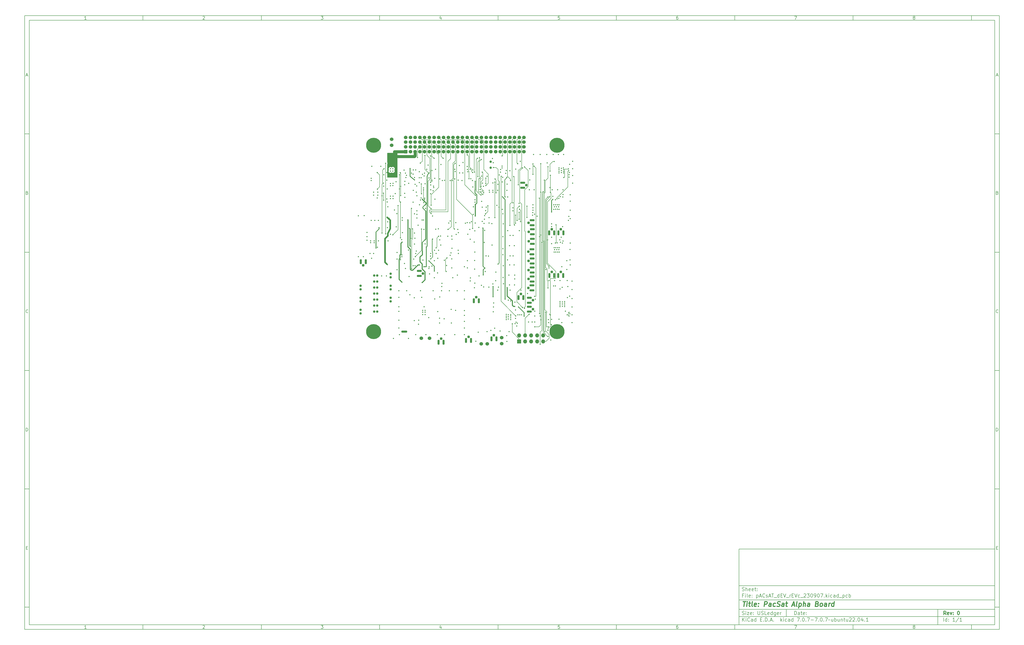
<source format=gbr>
%TF.GenerationSoftware,KiCad,Pcbnew,7.0.7-7.0.7~ubuntu22.04.1*%
%TF.CreationDate,2023-09-09T16:16:34-05:00*%
%TF.ProjectId,pACsAT_dEV_rEVc_230907,70414373-4154-45f6-9445-565f72455663,0*%
%TF.SameCoordinates,Original*%
%TF.FileFunction,Copper,L4,Inr*%
%TF.FilePolarity,Positive*%
%FSLAX46Y46*%
G04 Gerber Fmt 4.6, Leading zero omitted, Abs format (unit mm)*
G04 Created by KiCad (PCBNEW 7.0.7-7.0.7~ubuntu22.04.1) date 2023-09-09 16:16:34*
%MOMM*%
%LPD*%
G01*
G04 APERTURE LIST*
G04 Aperture macros list*
%AMRoundRect*
0 Rectangle with rounded corners*
0 $1 Rounding radius*
0 $2 $3 $4 $5 $6 $7 $8 $9 X,Y pos of 4 corners*
0 Add a 4 corners polygon primitive as box body*
4,1,4,$2,$3,$4,$5,$6,$7,$8,$9,$2,$3,0*
0 Add four circle primitives for the rounded corners*
1,1,$1+$1,$2,$3*
1,1,$1+$1,$4,$5*
1,1,$1+$1,$6,$7*
1,1,$1+$1,$8,$9*
0 Add four rect primitives between the rounded corners*
20,1,$1+$1,$2,$3,$4,$5,0*
20,1,$1+$1,$4,$5,$6,$7,0*
20,1,$1+$1,$6,$7,$8,$9,0*
20,1,$1+$1,$8,$9,$2,$3,0*%
G04 Aperture macros list end*
%ADD10C,0.100000*%
%ADD11C,0.150000*%
%ADD12C,0.300000*%
%ADD13C,0.400000*%
%TA.AperFunction,ComponentPad*%
%ADD14C,1.524000*%
%TD*%
%TA.AperFunction,ComponentPad*%
%ADD15C,6.350000*%
%TD*%
%TA.AperFunction,ComponentPad*%
%ADD16RoundRect,0.290840X-0.471160X-0.471160X0.471160X-0.471160X0.471160X0.471160X-0.471160X0.471160X0*%
%TD*%
%TA.AperFunction,ComponentPad*%
%ADD17C,1.016000*%
%TD*%
%TA.AperFunction,ComponentPad*%
%ADD18O,2.540000X0.889000*%
%TD*%
%TA.AperFunction,ComponentPad*%
%ADD19C,1.000000*%
%TD*%
%TA.AperFunction,ComponentPad*%
%ADD20R,1.700000X1.700000*%
%TD*%
%TA.AperFunction,ComponentPad*%
%ADD21O,1.700000X1.700000*%
%TD*%
%TA.AperFunction,ComponentPad*%
%ADD22RoundRect,0.254000X0.254000X-0.254000X0.254000X0.254000X-0.254000X0.254000X-0.254000X-0.254000X0*%
%TD*%
%TA.AperFunction,ComponentPad*%
%ADD23RoundRect,0.200000X0.200000X-0.800000X0.200000X0.800000X-0.200000X0.800000X-0.200000X-0.800000X0*%
%TD*%
%TA.AperFunction,ComponentPad*%
%ADD24RoundRect,0.254000X0.254000X0.254000X-0.254000X0.254000X-0.254000X-0.254000X0.254000X-0.254000X0*%
%TD*%
%TA.AperFunction,ComponentPad*%
%ADD25RoundRect,0.200000X0.800000X0.200000X-0.800000X0.200000X-0.800000X-0.200000X0.800000X-0.200000X0*%
%TD*%
%TA.AperFunction,ComponentPad*%
%ADD26RoundRect,0.254000X-0.254000X0.254000X-0.254000X-0.254000X0.254000X-0.254000X0.254000X0.254000X0*%
%TD*%
%TA.AperFunction,ComponentPad*%
%ADD27RoundRect,0.200000X-0.200000X0.800000X-0.200000X-0.800000X0.200000X-0.800000X0.200000X0.800000X0*%
%TD*%
%TA.AperFunction,ComponentPad*%
%ADD28RoundRect,0.254000X-0.254000X-0.254000X0.254000X-0.254000X0.254000X0.254000X-0.254000X0.254000X0*%
%TD*%
%TA.AperFunction,ComponentPad*%
%ADD29RoundRect,0.200000X-0.800000X-0.200000X0.800000X-0.200000X0.800000X0.200000X-0.800000X0.200000X0*%
%TD*%
%TA.AperFunction,ViaPad*%
%ADD30C,0.508000*%
%TD*%
%TA.AperFunction,Conductor*%
%ADD31C,0.203200*%
%TD*%
%TA.AperFunction,Conductor*%
%ADD32C,1.270000*%
%TD*%
%TA.AperFunction,Conductor*%
%ADD33C,0.152400*%
%TD*%
%TA.AperFunction,Conductor*%
%ADD34C,0.330200*%
%TD*%
%TA.AperFunction,Conductor*%
%ADD35C,0.381000*%
%TD*%
%TA.AperFunction,Conductor*%
%ADD36C,0.304800*%
%TD*%
%TA.AperFunction,Conductor*%
%ADD37C,0.635000*%
%TD*%
%TA.AperFunction,Conductor*%
%ADD38C,0.254000*%
%TD*%
G04 APERTURE END LIST*
D10*
D11*
X311800000Y-235400000D02*
X419800000Y-235400000D01*
X419800000Y-267400000D01*
X311800000Y-267400000D01*
X311800000Y-235400000D01*
D10*
D11*
X10000000Y-10000000D02*
X421800000Y-10000000D01*
X421800000Y-269400000D01*
X10000000Y-269400000D01*
X10000000Y-10000000D01*
D10*
D11*
X12000000Y-12000000D02*
X419800000Y-12000000D01*
X419800000Y-267400000D01*
X12000000Y-267400000D01*
X12000000Y-12000000D01*
D10*
D11*
X60000000Y-12000000D02*
X60000000Y-10000000D01*
D10*
D11*
X110000000Y-12000000D02*
X110000000Y-10000000D01*
D10*
D11*
X160000000Y-12000000D02*
X160000000Y-10000000D01*
D10*
D11*
X210000000Y-12000000D02*
X210000000Y-10000000D01*
D10*
D11*
X260000000Y-12000000D02*
X260000000Y-10000000D01*
D10*
D11*
X310000000Y-12000000D02*
X310000000Y-10000000D01*
D10*
D11*
X360000000Y-12000000D02*
X360000000Y-10000000D01*
D10*
D11*
X410000000Y-12000000D02*
X410000000Y-10000000D01*
D10*
D11*
X36089160Y-11593604D02*
X35346303Y-11593604D01*
X35717731Y-11593604D02*
X35717731Y-10293604D01*
X35717731Y-10293604D02*
X35593922Y-10479319D01*
X35593922Y-10479319D02*
X35470112Y-10603128D01*
X35470112Y-10603128D02*
X35346303Y-10665033D01*
D10*
D11*
X85346303Y-10417414D02*
X85408207Y-10355509D01*
X85408207Y-10355509D02*
X85532017Y-10293604D01*
X85532017Y-10293604D02*
X85841541Y-10293604D01*
X85841541Y-10293604D02*
X85965350Y-10355509D01*
X85965350Y-10355509D02*
X86027255Y-10417414D01*
X86027255Y-10417414D02*
X86089160Y-10541223D01*
X86089160Y-10541223D02*
X86089160Y-10665033D01*
X86089160Y-10665033D02*
X86027255Y-10850747D01*
X86027255Y-10850747D02*
X85284398Y-11593604D01*
X85284398Y-11593604D02*
X86089160Y-11593604D01*
D10*
D11*
X135284398Y-10293604D02*
X136089160Y-10293604D01*
X136089160Y-10293604D02*
X135655826Y-10788842D01*
X135655826Y-10788842D02*
X135841541Y-10788842D01*
X135841541Y-10788842D02*
X135965350Y-10850747D01*
X135965350Y-10850747D02*
X136027255Y-10912652D01*
X136027255Y-10912652D02*
X136089160Y-11036461D01*
X136089160Y-11036461D02*
X136089160Y-11345985D01*
X136089160Y-11345985D02*
X136027255Y-11469795D01*
X136027255Y-11469795D02*
X135965350Y-11531700D01*
X135965350Y-11531700D02*
X135841541Y-11593604D01*
X135841541Y-11593604D02*
X135470112Y-11593604D01*
X135470112Y-11593604D02*
X135346303Y-11531700D01*
X135346303Y-11531700D02*
X135284398Y-11469795D01*
D10*
D11*
X185965350Y-10726938D02*
X185965350Y-11593604D01*
X185655826Y-10231700D02*
X185346303Y-11160271D01*
X185346303Y-11160271D02*
X186151064Y-11160271D01*
D10*
D11*
X236027255Y-10293604D02*
X235408207Y-10293604D01*
X235408207Y-10293604D02*
X235346303Y-10912652D01*
X235346303Y-10912652D02*
X235408207Y-10850747D01*
X235408207Y-10850747D02*
X235532017Y-10788842D01*
X235532017Y-10788842D02*
X235841541Y-10788842D01*
X235841541Y-10788842D02*
X235965350Y-10850747D01*
X235965350Y-10850747D02*
X236027255Y-10912652D01*
X236027255Y-10912652D02*
X236089160Y-11036461D01*
X236089160Y-11036461D02*
X236089160Y-11345985D01*
X236089160Y-11345985D02*
X236027255Y-11469795D01*
X236027255Y-11469795D02*
X235965350Y-11531700D01*
X235965350Y-11531700D02*
X235841541Y-11593604D01*
X235841541Y-11593604D02*
X235532017Y-11593604D01*
X235532017Y-11593604D02*
X235408207Y-11531700D01*
X235408207Y-11531700D02*
X235346303Y-11469795D01*
D10*
D11*
X285965350Y-10293604D02*
X285717731Y-10293604D01*
X285717731Y-10293604D02*
X285593922Y-10355509D01*
X285593922Y-10355509D02*
X285532017Y-10417414D01*
X285532017Y-10417414D02*
X285408207Y-10603128D01*
X285408207Y-10603128D02*
X285346303Y-10850747D01*
X285346303Y-10850747D02*
X285346303Y-11345985D01*
X285346303Y-11345985D02*
X285408207Y-11469795D01*
X285408207Y-11469795D02*
X285470112Y-11531700D01*
X285470112Y-11531700D02*
X285593922Y-11593604D01*
X285593922Y-11593604D02*
X285841541Y-11593604D01*
X285841541Y-11593604D02*
X285965350Y-11531700D01*
X285965350Y-11531700D02*
X286027255Y-11469795D01*
X286027255Y-11469795D02*
X286089160Y-11345985D01*
X286089160Y-11345985D02*
X286089160Y-11036461D01*
X286089160Y-11036461D02*
X286027255Y-10912652D01*
X286027255Y-10912652D02*
X285965350Y-10850747D01*
X285965350Y-10850747D02*
X285841541Y-10788842D01*
X285841541Y-10788842D02*
X285593922Y-10788842D01*
X285593922Y-10788842D02*
X285470112Y-10850747D01*
X285470112Y-10850747D02*
X285408207Y-10912652D01*
X285408207Y-10912652D02*
X285346303Y-11036461D01*
D10*
D11*
X335284398Y-10293604D02*
X336151064Y-10293604D01*
X336151064Y-10293604D02*
X335593922Y-11593604D01*
D10*
D11*
X385593922Y-10850747D02*
X385470112Y-10788842D01*
X385470112Y-10788842D02*
X385408207Y-10726938D01*
X385408207Y-10726938D02*
X385346303Y-10603128D01*
X385346303Y-10603128D02*
X385346303Y-10541223D01*
X385346303Y-10541223D02*
X385408207Y-10417414D01*
X385408207Y-10417414D02*
X385470112Y-10355509D01*
X385470112Y-10355509D02*
X385593922Y-10293604D01*
X385593922Y-10293604D02*
X385841541Y-10293604D01*
X385841541Y-10293604D02*
X385965350Y-10355509D01*
X385965350Y-10355509D02*
X386027255Y-10417414D01*
X386027255Y-10417414D02*
X386089160Y-10541223D01*
X386089160Y-10541223D02*
X386089160Y-10603128D01*
X386089160Y-10603128D02*
X386027255Y-10726938D01*
X386027255Y-10726938D02*
X385965350Y-10788842D01*
X385965350Y-10788842D02*
X385841541Y-10850747D01*
X385841541Y-10850747D02*
X385593922Y-10850747D01*
X385593922Y-10850747D02*
X385470112Y-10912652D01*
X385470112Y-10912652D02*
X385408207Y-10974557D01*
X385408207Y-10974557D02*
X385346303Y-11098366D01*
X385346303Y-11098366D02*
X385346303Y-11345985D01*
X385346303Y-11345985D02*
X385408207Y-11469795D01*
X385408207Y-11469795D02*
X385470112Y-11531700D01*
X385470112Y-11531700D02*
X385593922Y-11593604D01*
X385593922Y-11593604D02*
X385841541Y-11593604D01*
X385841541Y-11593604D02*
X385965350Y-11531700D01*
X385965350Y-11531700D02*
X386027255Y-11469795D01*
X386027255Y-11469795D02*
X386089160Y-11345985D01*
X386089160Y-11345985D02*
X386089160Y-11098366D01*
X386089160Y-11098366D02*
X386027255Y-10974557D01*
X386027255Y-10974557D02*
X385965350Y-10912652D01*
X385965350Y-10912652D02*
X385841541Y-10850747D01*
D10*
D11*
X60000000Y-267400000D02*
X60000000Y-269400000D01*
D10*
D11*
X110000000Y-267400000D02*
X110000000Y-269400000D01*
D10*
D11*
X160000000Y-267400000D02*
X160000000Y-269400000D01*
D10*
D11*
X210000000Y-267400000D02*
X210000000Y-269400000D01*
D10*
D11*
X260000000Y-267400000D02*
X260000000Y-269400000D01*
D10*
D11*
X310000000Y-267400000D02*
X310000000Y-269400000D01*
D10*
D11*
X360000000Y-267400000D02*
X360000000Y-269400000D01*
D10*
D11*
X410000000Y-267400000D02*
X410000000Y-269400000D01*
D10*
D11*
X36089160Y-268993604D02*
X35346303Y-268993604D01*
X35717731Y-268993604D02*
X35717731Y-267693604D01*
X35717731Y-267693604D02*
X35593922Y-267879319D01*
X35593922Y-267879319D02*
X35470112Y-268003128D01*
X35470112Y-268003128D02*
X35346303Y-268065033D01*
D10*
D11*
X85346303Y-267817414D02*
X85408207Y-267755509D01*
X85408207Y-267755509D02*
X85532017Y-267693604D01*
X85532017Y-267693604D02*
X85841541Y-267693604D01*
X85841541Y-267693604D02*
X85965350Y-267755509D01*
X85965350Y-267755509D02*
X86027255Y-267817414D01*
X86027255Y-267817414D02*
X86089160Y-267941223D01*
X86089160Y-267941223D02*
X86089160Y-268065033D01*
X86089160Y-268065033D02*
X86027255Y-268250747D01*
X86027255Y-268250747D02*
X85284398Y-268993604D01*
X85284398Y-268993604D02*
X86089160Y-268993604D01*
D10*
D11*
X135284398Y-267693604D02*
X136089160Y-267693604D01*
X136089160Y-267693604D02*
X135655826Y-268188842D01*
X135655826Y-268188842D02*
X135841541Y-268188842D01*
X135841541Y-268188842D02*
X135965350Y-268250747D01*
X135965350Y-268250747D02*
X136027255Y-268312652D01*
X136027255Y-268312652D02*
X136089160Y-268436461D01*
X136089160Y-268436461D02*
X136089160Y-268745985D01*
X136089160Y-268745985D02*
X136027255Y-268869795D01*
X136027255Y-268869795D02*
X135965350Y-268931700D01*
X135965350Y-268931700D02*
X135841541Y-268993604D01*
X135841541Y-268993604D02*
X135470112Y-268993604D01*
X135470112Y-268993604D02*
X135346303Y-268931700D01*
X135346303Y-268931700D02*
X135284398Y-268869795D01*
D10*
D11*
X185965350Y-268126938D02*
X185965350Y-268993604D01*
X185655826Y-267631700D02*
X185346303Y-268560271D01*
X185346303Y-268560271D02*
X186151064Y-268560271D01*
D10*
D11*
X236027255Y-267693604D02*
X235408207Y-267693604D01*
X235408207Y-267693604D02*
X235346303Y-268312652D01*
X235346303Y-268312652D02*
X235408207Y-268250747D01*
X235408207Y-268250747D02*
X235532017Y-268188842D01*
X235532017Y-268188842D02*
X235841541Y-268188842D01*
X235841541Y-268188842D02*
X235965350Y-268250747D01*
X235965350Y-268250747D02*
X236027255Y-268312652D01*
X236027255Y-268312652D02*
X236089160Y-268436461D01*
X236089160Y-268436461D02*
X236089160Y-268745985D01*
X236089160Y-268745985D02*
X236027255Y-268869795D01*
X236027255Y-268869795D02*
X235965350Y-268931700D01*
X235965350Y-268931700D02*
X235841541Y-268993604D01*
X235841541Y-268993604D02*
X235532017Y-268993604D01*
X235532017Y-268993604D02*
X235408207Y-268931700D01*
X235408207Y-268931700D02*
X235346303Y-268869795D01*
D10*
D11*
X285965350Y-267693604D02*
X285717731Y-267693604D01*
X285717731Y-267693604D02*
X285593922Y-267755509D01*
X285593922Y-267755509D02*
X285532017Y-267817414D01*
X285532017Y-267817414D02*
X285408207Y-268003128D01*
X285408207Y-268003128D02*
X285346303Y-268250747D01*
X285346303Y-268250747D02*
X285346303Y-268745985D01*
X285346303Y-268745985D02*
X285408207Y-268869795D01*
X285408207Y-268869795D02*
X285470112Y-268931700D01*
X285470112Y-268931700D02*
X285593922Y-268993604D01*
X285593922Y-268993604D02*
X285841541Y-268993604D01*
X285841541Y-268993604D02*
X285965350Y-268931700D01*
X285965350Y-268931700D02*
X286027255Y-268869795D01*
X286027255Y-268869795D02*
X286089160Y-268745985D01*
X286089160Y-268745985D02*
X286089160Y-268436461D01*
X286089160Y-268436461D02*
X286027255Y-268312652D01*
X286027255Y-268312652D02*
X285965350Y-268250747D01*
X285965350Y-268250747D02*
X285841541Y-268188842D01*
X285841541Y-268188842D02*
X285593922Y-268188842D01*
X285593922Y-268188842D02*
X285470112Y-268250747D01*
X285470112Y-268250747D02*
X285408207Y-268312652D01*
X285408207Y-268312652D02*
X285346303Y-268436461D01*
D10*
D11*
X335284398Y-267693604D02*
X336151064Y-267693604D01*
X336151064Y-267693604D02*
X335593922Y-268993604D01*
D10*
D11*
X385593922Y-268250747D02*
X385470112Y-268188842D01*
X385470112Y-268188842D02*
X385408207Y-268126938D01*
X385408207Y-268126938D02*
X385346303Y-268003128D01*
X385346303Y-268003128D02*
X385346303Y-267941223D01*
X385346303Y-267941223D02*
X385408207Y-267817414D01*
X385408207Y-267817414D02*
X385470112Y-267755509D01*
X385470112Y-267755509D02*
X385593922Y-267693604D01*
X385593922Y-267693604D02*
X385841541Y-267693604D01*
X385841541Y-267693604D02*
X385965350Y-267755509D01*
X385965350Y-267755509D02*
X386027255Y-267817414D01*
X386027255Y-267817414D02*
X386089160Y-267941223D01*
X386089160Y-267941223D02*
X386089160Y-268003128D01*
X386089160Y-268003128D02*
X386027255Y-268126938D01*
X386027255Y-268126938D02*
X385965350Y-268188842D01*
X385965350Y-268188842D02*
X385841541Y-268250747D01*
X385841541Y-268250747D02*
X385593922Y-268250747D01*
X385593922Y-268250747D02*
X385470112Y-268312652D01*
X385470112Y-268312652D02*
X385408207Y-268374557D01*
X385408207Y-268374557D02*
X385346303Y-268498366D01*
X385346303Y-268498366D02*
X385346303Y-268745985D01*
X385346303Y-268745985D02*
X385408207Y-268869795D01*
X385408207Y-268869795D02*
X385470112Y-268931700D01*
X385470112Y-268931700D02*
X385593922Y-268993604D01*
X385593922Y-268993604D02*
X385841541Y-268993604D01*
X385841541Y-268993604D02*
X385965350Y-268931700D01*
X385965350Y-268931700D02*
X386027255Y-268869795D01*
X386027255Y-268869795D02*
X386089160Y-268745985D01*
X386089160Y-268745985D02*
X386089160Y-268498366D01*
X386089160Y-268498366D02*
X386027255Y-268374557D01*
X386027255Y-268374557D02*
X385965350Y-268312652D01*
X385965350Y-268312652D02*
X385841541Y-268250747D01*
D10*
D11*
X10000000Y-60000000D02*
X12000000Y-60000000D01*
D10*
D11*
X10000000Y-110000000D02*
X12000000Y-110000000D01*
D10*
D11*
X10000000Y-160000000D02*
X12000000Y-160000000D01*
D10*
D11*
X10000000Y-210000000D02*
X12000000Y-210000000D01*
D10*
D11*
X10000000Y-260000000D02*
X12000000Y-260000000D01*
D10*
D11*
X10690476Y-35222176D02*
X11309523Y-35222176D01*
X10566666Y-35593604D02*
X10999999Y-34293604D01*
X10999999Y-34293604D02*
X11433333Y-35593604D01*
D10*
D11*
X11092857Y-84912652D02*
X11278571Y-84974557D01*
X11278571Y-84974557D02*
X11340476Y-85036461D01*
X11340476Y-85036461D02*
X11402380Y-85160271D01*
X11402380Y-85160271D02*
X11402380Y-85345985D01*
X11402380Y-85345985D02*
X11340476Y-85469795D01*
X11340476Y-85469795D02*
X11278571Y-85531700D01*
X11278571Y-85531700D02*
X11154761Y-85593604D01*
X11154761Y-85593604D02*
X10659523Y-85593604D01*
X10659523Y-85593604D02*
X10659523Y-84293604D01*
X10659523Y-84293604D02*
X11092857Y-84293604D01*
X11092857Y-84293604D02*
X11216666Y-84355509D01*
X11216666Y-84355509D02*
X11278571Y-84417414D01*
X11278571Y-84417414D02*
X11340476Y-84541223D01*
X11340476Y-84541223D02*
X11340476Y-84665033D01*
X11340476Y-84665033D02*
X11278571Y-84788842D01*
X11278571Y-84788842D02*
X11216666Y-84850747D01*
X11216666Y-84850747D02*
X11092857Y-84912652D01*
X11092857Y-84912652D02*
X10659523Y-84912652D01*
D10*
D11*
X11402380Y-135469795D02*
X11340476Y-135531700D01*
X11340476Y-135531700D02*
X11154761Y-135593604D01*
X11154761Y-135593604D02*
X11030952Y-135593604D01*
X11030952Y-135593604D02*
X10845238Y-135531700D01*
X10845238Y-135531700D02*
X10721428Y-135407890D01*
X10721428Y-135407890D02*
X10659523Y-135284080D01*
X10659523Y-135284080D02*
X10597619Y-135036461D01*
X10597619Y-135036461D02*
X10597619Y-134850747D01*
X10597619Y-134850747D02*
X10659523Y-134603128D01*
X10659523Y-134603128D02*
X10721428Y-134479319D01*
X10721428Y-134479319D02*
X10845238Y-134355509D01*
X10845238Y-134355509D02*
X11030952Y-134293604D01*
X11030952Y-134293604D02*
X11154761Y-134293604D01*
X11154761Y-134293604D02*
X11340476Y-134355509D01*
X11340476Y-134355509D02*
X11402380Y-134417414D01*
D10*
D11*
X10659523Y-185593604D02*
X10659523Y-184293604D01*
X10659523Y-184293604D02*
X10969047Y-184293604D01*
X10969047Y-184293604D02*
X11154761Y-184355509D01*
X11154761Y-184355509D02*
X11278571Y-184479319D01*
X11278571Y-184479319D02*
X11340476Y-184603128D01*
X11340476Y-184603128D02*
X11402380Y-184850747D01*
X11402380Y-184850747D02*
X11402380Y-185036461D01*
X11402380Y-185036461D02*
X11340476Y-185284080D01*
X11340476Y-185284080D02*
X11278571Y-185407890D01*
X11278571Y-185407890D02*
X11154761Y-185531700D01*
X11154761Y-185531700D02*
X10969047Y-185593604D01*
X10969047Y-185593604D02*
X10659523Y-185593604D01*
D10*
D11*
X10721428Y-234912652D02*
X11154762Y-234912652D01*
X11340476Y-235593604D02*
X10721428Y-235593604D01*
X10721428Y-235593604D02*
X10721428Y-234293604D01*
X10721428Y-234293604D02*
X11340476Y-234293604D01*
D10*
D11*
X421800000Y-60000000D02*
X419800000Y-60000000D01*
D10*
D11*
X421800000Y-110000000D02*
X419800000Y-110000000D01*
D10*
D11*
X421800000Y-160000000D02*
X419800000Y-160000000D01*
D10*
D11*
X421800000Y-210000000D02*
X419800000Y-210000000D01*
D10*
D11*
X421800000Y-260000000D02*
X419800000Y-260000000D01*
D10*
D11*
X420490476Y-35222176D02*
X421109523Y-35222176D01*
X420366666Y-35593604D02*
X420799999Y-34293604D01*
X420799999Y-34293604D02*
X421233333Y-35593604D01*
D10*
D11*
X420892857Y-84912652D02*
X421078571Y-84974557D01*
X421078571Y-84974557D02*
X421140476Y-85036461D01*
X421140476Y-85036461D02*
X421202380Y-85160271D01*
X421202380Y-85160271D02*
X421202380Y-85345985D01*
X421202380Y-85345985D02*
X421140476Y-85469795D01*
X421140476Y-85469795D02*
X421078571Y-85531700D01*
X421078571Y-85531700D02*
X420954761Y-85593604D01*
X420954761Y-85593604D02*
X420459523Y-85593604D01*
X420459523Y-85593604D02*
X420459523Y-84293604D01*
X420459523Y-84293604D02*
X420892857Y-84293604D01*
X420892857Y-84293604D02*
X421016666Y-84355509D01*
X421016666Y-84355509D02*
X421078571Y-84417414D01*
X421078571Y-84417414D02*
X421140476Y-84541223D01*
X421140476Y-84541223D02*
X421140476Y-84665033D01*
X421140476Y-84665033D02*
X421078571Y-84788842D01*
X421078571Y-84788842D02*
X421016666Y-84850747D01*
X421016666Y-84850747D02*
X420892857Y-84912652D01*
X420892857Y-84912652D02*
X420459523Y-84912652D01*
D10*
D11*
X421202380Y-135469795D02*
X421140476Y-135531700D01*
X421140476Y-135531700D02*
X420954761Y-135593604D01*
X420954761Y-135593604D02*
X420830952Y-135593604D01*
X420830952Y-135593604D02*
X420645238Y-135531700D01*
X420645238Y-135531700D02*
X420521428Y-135407890D01*
X420521428Y-135407890D02*
X420459523Y-135284080D01*
X420459523Y-135284080D02*
X420397619Y-135036461D01*
X420397619Y-135036461D02*
X420397619Y-134850747D01*
X420397619Y-134850747D02*
X420459523Y-134603128D01*
X420459523Y-134603128D02*
X420521428Y-134479319D01*
X420521428Y-134479319D02*
X420645238Y-134355509D01*
X420645238Y-134355509D02*
X420830952Y-134293604D01*
X420830952Y-134293604D02*
X420954761Y-134293604D01*
X420954761Y-134293604D02*
X421140476Y-134355509D01*
X421140476Y-134355509D02*
X421202380Y-134417414D01*
D10*
D11*
X420459523Y-185593604D02*
X420459523Y-184293604D01*
X420459523Y-184293604D02*
X420769047Y-184293604D01*
X420769047Y-184293604D02*
X420954761Y-184355509D01*
X420954761Y-184355509D02*
X421078571Y-184479319D01*
X421078571Y-184479319D02*
X421140476Y-184603128D01*
X421140476Y-184603128D02*
X421202380Y-184850747D01*
X421202380Y-184850747D02*
X421202380Y-185036461D01*
X421202380Y-185036461D02*
X421140476Y-185284080D01*
X421140476Y-185284080D02*
X421078571Y-185407890D01*
X421078571Y-185407890D02*
X420954761Y-185531700D01*
X420954761Y-185531700D02*
X420769047Y-185593604D01*
X420769047Y-185593604D02*
X420459523Y-185593604D01*
D10*
D11*
X420521428Y-234912652D02*
X420954762Y-234912652D01*
X421140476Y-235593604D02*
X420521428Y-235593604D01*
X420521428Y-235593604D02*
X420521428Y-234293604D01*
X420521428Y-234293604D02*
X421140476Y-234293604D01*
D10*
D11*
X335255826Y-263186128D02*
X335255826Y-261686128D01*
X335255826Y-261686128D02*
X335612969Y-261686128D01*
X335612969Y-261686128D02*
X335827255Y-261757557D01*
X335827255Y-261757557D02*
X335970112Y-261900414D01*
X335970112Y-261900414D02*
X336041541Y-262043271D01*
X336041541Y-262043271D02*
X336112969Y-262328985D01*
X336112969Y-262328985D02*
X336112969Y-262543271D01*
X336112969Y-262543271D02*
X336041541Y-262828985D01*
X336041541Y-262828985D02*
X335970112Y-262971842D01*
X335970112Y-262971842D02*
X335827255Y-263114700D01*
X335827255Y-263114700D02*
X335612969Y-263186128D01*
X335612969Y-263186128D02*
X335255826Y-263186128D01*
X337398684Y-263186128D02*
X337398684Y-262400414D01*
X337398684Y-262400414D02*
X337327255Y-262257557D01*
X337327255Y-262257557D02*
X337184398Y-262186128D01*
X337184398Y-262186128D02*
X336898684Y-262186128D01*
X336898684Y-262186128D02*
X336755826Y-262257557D01*
X337398684Y-263114700D02*
X337255826Y-263186128D01*
X337255826Y-263186128D02*
X336898684Y-263186128D01*
X336898684Y-263186128D02*
X336755826Y-263114700D01*
X336755826Y-263114700D02*
X336684398Y-262971842D01*
X336684398Y-262971842D02*
X336684398Y-262828985D01*
X336684398Y-262828985D02*
X336755826Y-262686128D01*
X336755826Y-262686128D02*
X336898684Y-262614700D01*
X336898684Y-262614700D02*
X337255826Y-262614700D01*
X337255826Y-262614700D02*
X337398684Y-262543271D01*
X337898684Y-262186128D02*
X338470112Y-262186128D01*
X338112969Y-261686128D02*
X338112969Y-262971842D01*
X338112969Y-262971842D02*
X338184398Y-263114700D01*
X338184398Y-263114700D02*
X338327255Y-263186128D01*
X338327255Y-263186128D02*
X338470112Y-263186128D01*
X339541541Y-263114700D02*
X339398684Y-263186128D01*
X339398684Y-263186128D02*
X339112970Y-263186128D01*
X339112970Y-263186128D02*
X338970112Y-263114700D01*
X338970112Y-263114700D02*
X338898684Y-262971842D01*
X338898684Y-262971842D02*
X338898684Y-262400414D01*
X338898684Y-262400414D02*
X338970112Y-262257557D01*
X338970112Y-262257557D02*
X339112970Y-262186128D01*
X339112970Y-262186128D02*
X339398684Y-262186128D01*
X339398684Y-262186128D02*
X339541541Y-262257557D01*
X339541541Y-262257557D02*
X339612970Y-262400414D01*
X339612970Y-262400414D02*
X339612970Y-262543271D01*
X339612970Y-262543271D02*
X338898684Y-262686128D01*
X340255826Y-263043271D02*
X340327255Y-263114700D01*
X340327255Y-263114700D02*
X340255826Y-263186128D01*
X340255826Y-263186128D02*
X340184398Y-263114700D01*
X340184398Y-263114700D02*
X340255826Y-263043271D01*
X340255826Y-263043271D02*
X340255826Y-263186128D01*
X340255826Y-262257557D02*
X340327255Y-262328985D01*
X340327255Y-262328985D02*
X340255826Y-262400414D01*
X340255826Y-262400414D02*
X340184398Y-262328985D01*
X340184398Y-262328985D02*
X340255826Y-262257557D01*
X340255826Y-262257557D02*
X340255826Y-262400414D01*
D10*
D11*
X311800000Y-263900000D02*
X419800000Y-263900000D01*
D10*
D11*
X313255826Y-265986128D02*
X313255826Y-264486128D01*
X314112969Y-265986128D02*
X313470112Y-265128985D01*
X314112969Y-264486128D02*
X313255826Y-265343271D01*
X314755826Y-265986128D02*
X314755826Y-264986128D01*
X314755826Y-264486128D02*
X314684398Y-264557557D01*
X314684398Y-264557557D02*
X314755826Y-264628985D01*
X314755826Y-264628985D02*
X314827255Y-264557557D01*
X314827255Y-264557557D02*
X314755826Y-264486128D01*
X314755826Y-264486128D02*
X314755826Y-264628985D01*
X316327255Y-265843271D02*
X316255827Y-265914700D01*
X316255827Y-265914700D02*
X316041541Y-265986128D01*
X316041541Y-265986128D02*
X315898684Y-265986128D01*
X315898684Y-265986128D02*
X315684398Y-265914700D01*
X315684398Y-265914700D02*
X315541541Y-265771842D01*
X315541541Y-265771842D02*
X315470112Y-265628985D01*
X315470112Y-265628985D02*
X315398684Y-265343271D01*
X315398684Y-265343271D02*
X315398684Y-265128985D01*
X315398684Y-265128985D02*
X315470112Y-264843271D01*
X315470112Y-264843271D02*
X315541541Y-264700414D01*
X315541541Y-264700414D02*
X315684398Y-264557557D01*
X315684398Y-264557557D02*
X315898684Y-264486128D01*
X315898684Y-264486128D02*
X316041541Y-264486128D01*
X316041541Y-264486128D02*
X316255827Y-264557557D01*
X316255827Y-264557557D02*
X316327255Y-264628985D01*
X317612970Y-265986128D02*
X317612970Y-265200414D01*
X317612970Y-265200414D02*
X317541541Y-265057557D01*
X317541541Y-265057557D02*
X317398684Y-264986128D01*
X317398684Y-264986128D02*
X317112970Y-264986128D01*
X317112970Y-264986128D02*
X316970112Y-265057557D01*
X317612970Y-265914700D02*
X317470112Y-265986128D01*
X317470112Y-265986128D02*
X317112970Y-265986128D01*
X317112970Y-265986128D02*
X316970112Y-265914700D01*
X316970112Y-265914700D02*
X316898684Y-265771842D01*
X316898684Y-265771842D02*
X316898684Y-265628985D01*
X316898684Y-265628985D02*
X316970112Y-265486128D01*
X316970112Y-265486128D02*
X317112970Y-265414700D01*
X317112970Y-265414700D02*
X317470112Y-265414700D01*
X317470112Y-265414700D02*
X317612970Y-265343271D01*
X318970113Y-265986128D02*
X318970113Y-264486128D01*
X318970113Y-265914700D02*
X318827255Y-265986128D01*
X318827255Y-265986128D02*
X318541541Y-265986128D01*
X318541541Y-265986128D02*
X318398684Y-265914700D01*
X318398684Y-265914700D02*
X318327255Y-265843271D01*
X318327255Y-265843271D02*
X318255827Y-265700414D01*
X318255827Y-265700414D02*
X318255827Y-265271842D01*
X318255827Y-265271842D02*
X318327255Y-265128985D01*
X318327255Y-265128985D02*
X318398684Y-265057557D01*
X318398684Y-265057557D02*
X318541541Y-264986128D01*
X318541541Y-264986128D02*
X318827255Y-264986128D01*
X318827255Y-264986128D02*
X318970113Y-265057557D01*
X320827255Y-265200414D02*
X321327255Y-265200414D01*
X321541541Y-265986128D02*
X320827255Y-265986128D01*
X320827255Y-265986128D02*
X320827255Y-264486128D01*
X320827255Y-264486128D02*
X321541541Y-264486128D01*
X322184398Y-265843271D02*
X322255827Y-265914700D01*
X322255827Y-265914700D02*
X322184398Y-265986128D01*
X322184398Y-265986128D02*
X322112970Y-265914700D01*
X322112970Y-265914700D02*
X322184398Y-265843271D01*
X322184398Y-265843271D02*
X322184398Y-265986128D01*
X322898684Y-265986128D02*
X322898684Y-264486128D01*
X322898684Y-264486128D02*
X323255827Y-264486128D01*
X323255827Y-264486128D02*
X323470113Y-264557557D01*
X323470113Y-264557557D02*
X323612970Y-264700414D01*
X323612970Y-264700414D02*
X323684399Y-264843271D01*
X323684399Y-264843271D02*
X323755827Y-265128985D01*
X323755827Y-265128985D02*
X323755827Y-265343271D01*
X323755827Y-265343271D02*
X323684399Y-265628985D01*
X323684399Y-265628985D02*
X323612970Y-265771842D01*
X323612970Y-265771842D02*
X323470113Y-265914700D01*
X323470113Y-265914700D02*
X323255827Y-265986128D01*
X323255827Y-265986128D02*
X322898684Y-265986128D01*
X324398684Y-265843271D02*
X324470113Y-265914700D01*
X324470113Y-265914700D02*
X324398684Y-265986128D01*
X324398684Y-265986128D02*
X324327256Y-265914700D01*
X324327256Y-265914700D02*
X324398684Y-265843271D01*
X324398684Y-265843271D02*
X324398684Y-265986128D01*
X325041542Y-265557557D02*
X325755828Y-265557557D01*
X324898685Y-265986128D02*
X325398685Y-264486128D01*
X325398685Y-264486128D02*
X325898685Y-265986128D01*
X326398684Y-265843271D02*
X326470113Y-265914700D01*
X326470113Y-265914700D02*
X326398684Y-265986128D01*
X326398684Y-265986128D02*
X326327256Y-265914700D01*
X326327256Y-265914700D02*
X326398684Y-265843271D01*
X326398684Y-265843271D02*
X326398684Y-265986128D01*
X329398684Y-265986128D02*
X329398684Y-264486128D01*
X329541542Y-265414700D02*
X329970113Y-265986128D01*
X329970113Y-264986128D02*
X329398684Y-265557557D01*
X330612970Y-265986128D02*
X330612970Y-264986128D01*
X330612970Y-264486128D02*
X330541542Y-264557557D01*
X330541542Y-264557557D02*
X330612970Y-264628985D01*
X330612970Y-264628985D02*
X330684399Y-264557557D01*
X330684399Y-264557557D02*
X330612970Y-264486128D01*
X330612970Y-264486128D02*
X330612970Y-264628985D01*
X331970114Y-265914700D02*
X331827256Y-265986128D01*
X331827256Y-265986128D02*
X331541542Y-265986128D01*
X331541542Y-265986128D02*
X331398685Y-265914700D01*
X331398685Y-265914700D02*
X331327256Y-265843271D01*
X331327256Y-265843271D02*
X331255828Y-265700414D01*
X331255828Y-265700414D02*
X331255828Y-265271842D01*
X331255828Y-265271842D02*
X331327256Y-265128985D01*
X331327256Y-265128985D02*
X331398685Y-265057557D01*
X331398685Y-265057557D02*
X331541542Y-264986128D01*
X331541542Y-264986128D02*
X331827256Y-264986128D01*
X331827256Y-264986128D02*
X331970114Y-265057557D01*
X333255828Y-265986128D02*
X333255828Y-265200414D01*
X333255828Y-265200414D02*
X333184399Y-265057557D01*
X333184399Y-265057557D02*
X333041542Y-264986128D01*
X333041542Y-264986128D02*
X332755828Y-264986128D01*
X332755828Y-264986128D02*
X332612970Y-265057557D01*
X333255828Y-265914700D02*
X333112970Y-265986128D01*
X333112970Y-265986128D02*
X332755828Y-265986128D01*
X332755828Y-265986128D02*
X332612970Y-265914700D01*
X332612970Y-265914700D02*
X332541542Y-265771842D01*
X332541542Y-265771842D02*
X332541542Y-265628985D01*
X332541542Y-265628985D02*
X332612970Y-265486128D01*
X332612970Y-265486128D02*
X332755828Y-265414700D01*
X332755828Y-265414700D02*
X333112970Y-265414700D01*
X333112970Y-265414700D02*
X333255828Y-265343271D01*
X334612971Y-265986128D02*
X334612971Y-264486128D01*
X334612971Y-265914700D02*
X334470113Y-265986128D01*
X334470113Y-265986128D02*
X334184399Y-265986128D01*
X334184399Y-265986128D02*
X334041542Y-265914700D01*
X334041542Y-265914700D02*
X333970113Y-265843271D01*
X333970113Y-265843271D02*
X333898685Y-265700414D01*
X333898685Y-265700414D02*
X333898685Y-265271842D01*
X333898685Y-265271842D02*
X333970113Y-265128985D01*
X333970113Y-265128985D02*
X334041542Y-265057557D01*
X334041542Y-265057557D02*
X334184399Y-264986128D01*
X334184399Y-264986128D02*
X334470113Y-264986128D01*
X334470113Y-264986128D02*
X334612971Y-265057557D01*
X336327256Y-264486128D02*
X337327256Y-264486128D01*
X337327256Y-264486128D02*
X336684399Y-265986128D01*
X337898684Y-265843271D02*
X337970113Y-265914700D01*
X337970113Y-265914700D02*
X337898684Y-265986128D01*
X337898684Y-265986128D02*
X337827256Y-265914700D01*
X337827256Y-265914700D02*
X337898684Y-265843271D01*
X337898684Y-265843271D02*
X337898684Y-265986128D01*
X338898685Y-264486128D02*
X339041542Y-264486128D01*
X339041542Y-264486128D02*
X339184399Y-264557557D01*
X339184399Y-264557557D02*
X339255828Y-264628985D01*
X339255828Y-264628985D02*
X339327256Y-264771842D01*
X339327256Y-264771842D02*
X339398685Y-265057557D01*
X339398685Y-265057557D02*
X339398685Y-265414700D01*
X339398685Y-265414700D02*
X339327256Y-265700414D01*
X339327256Y-265700414D02*
X339255828Y-265843271D01*
X339255828Y-265843271D02*
X339184399Y-265914700D01*
X339184399Y-265914700D02*
X339041542Y-265986128D01*
X339041542Y-265986128D02*
X338898685Y-265986128D01*
X338898685Y-265986128D02*
X338755828Y-265914700D01*
X338755828Y-265914700D02*
X338684399Y-265843271D01*
X338684399Y-265843271D02*
X338612970Y-265700414D01*
X338612970Y-265700414D02*
X338541542Y-265414700D01*
X338541542Y-265414700D02*
X338541542Y-265057557D01*
X338541542Y-265057557D02*
X338612970Y-264771842D01*
X338612970Y-264771842D02*
X338684399Y-264628985D01*
X338684399Y-264628985D02*
X338755828Y-264557557D01*
X338755828Y-264557557D02*
X338898685Y-264486128D01*
X340041541Y-265843271D02*
X340112970Y-265914700D01*
X340112970Y-265914700D02*
X340041541Y-265986128D01*
X340041541Y-265986128D02*
X339970113Y-265914700D01*
X339970113Y-265914700D02*
X340041541Y-265843271D01*
X340041541Y-265843271D02*
X340041541Y-265986128D01*
X340612970Y-264486128D02*
X341612970Y-264486128D01*
X341612970Y-264486128D02*
X340970113Y-265986128D01*
X342184398Y-265414700D02*
X343327256Y-265414700D01*
X343898684Y-264486128D02*
X344898684Y-264486128D01*
X344898684Y-264486128D02*
X344255827Y-265986128D01*
X345470112Y-265843271D02*
X345541541Y-265914700D01*
X345541541Y-265914700D02*
X345470112Y-265986128D01*
X345470112Y-265986128D02*
X345398684Y-265914700D01*
X345398684Y-265914700D02*
X345470112Y-265843271D01*
X345470112Y-265843271D02*
X345470112Y-265986128D01*
X346470113Y-264486128D02*
X346612970Y-264486128D01*
X346612970Y-264486128D02*
X346755827Y-264557557D01*
X346755827Y-264557557D02*
X346827256Y-264628985D01*
X346827256Y-264628985D02*
X346898684Y-264771842D01*
X346898684Y-264771842D02*
X346970113Y-265057557D01*
X346970113Y-265057557D02*
X346970113Y-265414700D01*
X346970113Y-265414700D02*
X346898684Y-265700414D01*
X346898684Y-265700414D02*
X346827256Y-265843271D01*
X346827256Y-265843271D02*
X346755827Y-265914700D01*
X346755827Y-265914700D02*
X346612970Y-265986128D01*
X346612970Y-265986128D02*
X346470113Y-265986128D01*
X346470113Y-265986128D02*
X346327256Y-265914700D01*
X346327256Y-265914700D02*
X346255827Y-265843271D01*
X346255827Y-265843271D02*
X346184398Y-265700414D01*
X346184398Y-265700414D02*
X346112970Y-265414700D01*
X346112970Y-265414700D02*
X346112970Y-265057557D01*
X346112970Y-265057557D02*
X346184398Y-264771842D01*
X346184398Y-264771842D02*
X346255827Y-264628985D01*
X346255827Y-264628985D02*
X346327256Y-264557557D01*
X346327256Y-264557557D02*
X346470113Y-264486128D01*
X347612969Y-265843271D02*
X347684398Y-265914700D01*
X347684398Y-265914700D02*
X347612969Y-265986128D01*
X347612969Y-265986128D02*
X347541541Y-265914700D01*
X347541541Y-265914700D02*
X347612969Y-265843271D01*
X347612969Y-265843271D02*
X347612969Y-265986128D01*
X348184398Y-264486128D02*
X349184398Y-264486128D01*
X349184398Y-264486128D02*
X348541541Y-265986128D01*
X349541541Y-265414700D02*
X349612969Y-265343271D01*
X349612969Y-265343271D02*
X349755826Y-265271842D01*
X349755826Y-265271842D02*
X350041541Y-265414700D01*
X350041541Y-265414700D02*
X350184398Y-265343271D01*
X350184398Y-265343271D02*
X350255826Y-265271842D01*
X351470113Y-264986128D02*
X351470113Y-265986128D01*
X350827255Y-264986128D02*
X350827255Y-265771842D01*
X350827255Y-265771842D02*
X350898684Y-265914700D01*
X350898684Y-265914700D02*
X351041541Y-265986128D01*
X351041541Y-265986128D02*
X351255827Y-265986128D01*
X351255827Y-265986128D02*
X351398684Y-265914700D01*
X351398684Y-265914700D02*
X351470113Y-265843271D01*
X352184398Y-265986128D02*
X352184398Y-264486128D01*
X352184398Y-265057557D02*
X352327256Y-264986128D01*
X352327256Y-264986128D02*
X352612970Y-264986128D01*
X352612970Y-264986128D02*
X352755827Y-265057557D01*
X352755827Y-265057557D02*
X352827256Y-265128985D01*
X352827256Y-265128985D02*
X352898684Y-265271842D01*
X352898684Y-265271842D02*
X352898684Y-265700414D01*
X352898684Y-265700414D02*
X352827256Y-265843271D01*
X352827256Y-265843271D02*
X352755827Y-265914700D01*
X352755827Y-265914700D02*
X352612970Y-265986128D01*
X352612970Y-265986128D02*
X352327256Y-265986128D01*
X352327256Y-265986128D02*
X352184398Y-265914700D01*
X354184399Y-264986128D02*
X354184399Y-265986128D01*
X353541541Y-264986128D02*
X353541541Y-265771842D01*
X353541541Y-265771842D02*
X353612970Y-265914700D01*
X353612970Y-265914700D02*
X353755827Y-265986128D01*
X353755827Y-265986128D02*
X353970113Y-265986128D01*
X353970113Y-265986128D02*
X354112970Y-265914700D01*
X354112970Y-265914700D02*
X354184399Y-265843271D01*
X354898684Y-264986128D02*
X354898684Y-265986128D01*
X354898684Y-265128985D02*
X354970113Y-265057557D01*
X354970113Y-265057557D02*
X355112970Y-264986128D01*
X355112970Y-264986128D02*
X355327256Y-264986128D01*
X355327256Y-264986128D02*
X355470113Y-265057557D01*
X355470113Y-265057557D02*
X355541542Y-265200414D01*
X355541542Y-265200414D02*
X355541542Y-265986128D01*
X356041542Y-264986128D02*
X356612970Y-264986128D01*
X356255827Y-264486128D02*
X356255827Y-265771842D01*
X356255827Y-265771842D02*
X356327256Y-265914700D01*
X356327256Y-265914700D02*
X356470113Y-265986128D01*
X356470113Y-265986128D02*
X356612970Y-265986128D01*
X357755828Y-264986128D02*
X357755828Y-265986128D01*
X357112970Y-264986128D02*
X357112970Y-265771842D01*
X357112970Y-265771842D02*
X357184399Y-265914700D01*
X357184399Y-265914700D02*
X357327256Y-265986128D01*
X357327256Y-265986128D02*
X357541542Y-265986128D01*
X357541542Y-265986128D02*
X357684399Y-265914700D01*
X357684399Y-265914700D02*
X357755828Y-265843271D01*
X358398685Y-264628985D02*
X358470113Y-264557557D01*
X358470113Y-264557557D02*
X358612971Y-264486128D01*
X358612971Y-264486128D02*
X358970113Y-264486128D01*
X358970113Y-264486128D02*
X359112971Y-264557557D01*
X359112971Y-264557557D02*
X359184399Y-264628985D01*
X359184399Y-264628985D02*
X359255828Y-264771842D01*
X359255828Y-264771842D02*
X359255828Y-264914700D01*
X359255828Y-264914700D02*
X359184399Y-265128985D01*
X359184399Y-265128985D02*
X358327256Y-265986128D01*
X358327256Y-265986128D02*
X359255828Y-265986128D01*
X359827256Y-264628985D02*
X359898684Y-264557557D01*
X359898684Y-264557557D02*
X360041542Y-264486128D01*
X360041542Y-264486128D02*
X360398684Y-264486128D01*
X360398684Y-264486128D02*
X360541542Y-264557557D01*
X360541542Y-264557557D02*
X360612970Y-264628985D01*
X360612970Y-264628985D02*
X360684399Y-264771842D01*
X360684399Y-264771842D02*
X360684399Y-264914700D01*
X360684399Y-264914700D02*
X360612970Y-265128985D01*
X360612970Y-265128985D02*
X359755827Y-265986128D01*
X359755827Y-265986128D02*
X360684399Y-265986128D01*
X361327255Y-265843271D02*
X361398684Y-265914700D01*
X361398684Y-265914700D02*
X361327255Y-265986128D01*
X361327255Y-265986128D02*
X361255827Y-265914700D01*
X361255827Y-265914700D02*
X361327255Y-265843271D01*
X361327255Y-265843271D02*
X361327255Y-265986128D01*
X362327256Y-264486128D02*
X362470113Y-264486128D01*
X362470113Y-264486128D02*
X362612970Y-264557557D01*
X362612970Y-264557557D02*
X362684399Y-264628985D01*
X362684399Y-264628985D02*
X362755827Y-264771842D01*
X362755827Y-264771842D02*
X362827256Y-265057557D01*
X362827256Y-265057557D02*
X362827256Y-265414700D01*
X362827256Y-265414700D02*
X362755827Y-265700414D01*
X362755827Y-265700414D02*
X362684399Y-265843271D01*
X362684399Y-265843271D02*
X362612970Y-265914700D01*
X362612970Y-265914700D02*
X362470113Y-265986128D01*
X362470113Y-265986128D02*
X362327256Y-265986128D01*
X362327256Y-265986128D02*
X362184399Y-265914700D01*
X362184399Y-265914700D02*
X362112970Y-265843271D01*
X362112970Y-265843271D02*
X362041541Y-265700414D01*
X362041541Y-265700414D02*
X361970113Y-265414700D01*
X361970113Y-265414700D02*
X361970113Y-265057557D01*
X361970113Y-265057557D02*
X362041541Y-264771842D01*
X362041541Y-264771842D02*
X362112970Y-264628985D01*
X362112970Y-264628985D02*
X362184399Y-264557557D01*
X362184399Y-264557557D02*
X362327256Y-264486128D01*
X364112970Y-264986128D02*
X364112970Y-265986128D01*
X363755827Y-264414700D02*
X363398684Y-265486128D01*
X363398684Y-265486128D02*
X364327255Y-265486128D01*
X364898683Y-265843271D02*
X364970112Y-265914700D01*
X364970112Y-265914700D02*
X364898683Y-265986128D01*
X364898683Y-265986128D02*
X364827255Y-265914700D01*
X364827255Y-265914700D02*
X364898683Y-265843271D01*
X364898683Y-265843271D02*
X364898683Y-265986128D01*
X366398684Y-265986128D02*
X365541541Y-265986128D01*
X365970112Y-265986128D02*
X365970112Y-264486128D01*
X365970112Y-264486128D02*
X365827255Y-264700414D01*
X365827255Y-264700414D02*
X365684398Y-264843271D01*
X365684398Y-264843271D02*
X365541541Y-264914700D01*
D10*
D11*
X311800000Y-260900000D02*
X419800000Y-260900000D01*
D10*
D12*
X399211653Y-263178328D02*
X398711653Y-262464042D01*
X398354510Y-263178328D02*
X398354510Y-261678328D01*
X398354510Y-261678328D02*
X398925939Y-261678328D01*
X398925939Y-261678328D02*
X399068796Y-261749757D01*
X399068796Y-261749757D02*
X399140225Y-261821185D01*
X399140225Y-261821185D02*
X399211653Y-261964042D01*
X399211653Y-261964042D02*
X399211653Y-262178328D01*
X399211653Y-262178328D02*
X399140225Y-262321185D01*
X399140225Y-262321185D02*
X399068796Y-262392614D01*
X399068796Y-262392614D02*
X398925939Y-262464042D01*
X398925939Y-262464042D02*
X398354510Y-262464042D01*
X400425939Y-263106900D02*
X400283082Y-263178328D01*
X400283082Y-263178328D02*
X399997368Y-263178328D01*
X399997368Y-263178328D02*
X399854510Y-263106900D01*
X399854510Y-263106900D02*
X399783082Y-262964042D01*
X399783082Y-262964042D02*
X399783082Y-262392614D01*
X399783082Y-262392614D02*
X399854510Y-262249757D01*
X399854510Y-262249757D02*
X399997368Y-262178328D01*
X399997368Y-262178328D02*
X400283082Y-262178328D01*
X400283082Y-262178328D02*
X400425939Y-262249757D01*
X400425939Y-262249757D02*
X400497368Y-262392614D01*
X400497368Y-262392614D02*
X400497368Y-262535471D01*
X400497368Y-262535471D02*
X399783082Y-262678328D01*
X400997367Y-262178328D02*
X401354510Y-263178328D01*
X401354510Y-263178328D02*
X401711653Y-262178328D01*
X402283081Y-263035471D02*
X402354510Y-263106900D01*
X402354510Y-263106900D02*
X402283081Y-263178328D01*
X402283081Y-263178328D02*
X402211653Y-263106900D01*
X402211653Y-263106900D02*
X402283081Y-263035471D01*
X402283081Y-263035471D02*
X402283081Y-263178328D01*
X402283081Y-262249757D02*
X402354510Y-262321185D01*
X402354510Y-262321185D02*
X402283081Y-262392614D01*
X402283081Y-262392614D02*
X402211653Y-262321185D01*
X402211653Y-262321185D02*
X402283081Y-262249757D01*
X402283081Y-262249757D02*
X402283081Y-262392614D01*
X404425939Y-261678328D02*
X404568796Y-261678328D01*
X404568796Y-261678328D02*
X404711653Y-261749757D01*
X404711653Y-261749757D02*
X404783082Y-261821185D01*
X404783082Y-261821185D02*
X404854510Y-261964042D01*
X404854510Y-261964042D02*
X404925939Y-262249757D01*
X404925939Y-262249757D02*
X404925939Y-262606900D01*
X404925939Y-262606900D02*
X404854510Y-262892614D01*
X404854510Y-262892614D02*
X404783082Y-263035471D01*
X404783082Y-263035471D02*
X404711653Y-263106900D01*
X404711653Y-263106900D02*
X404568796Y-263178328D01*
X404568796Y-263178328D02*
X404425939Y-263178328D01*
X404425939Y-263178328D02*
X404283082Y-263106900D01*
X404283082Y-263106900D02*
X404211653Y-263035471D01*
X404211653Y-263035471D02*
X404140224Y-262892614D01*
X404140224Y-262892614D02*
X404068796Y-262606900D01*
X404068796Y-262606900D02*
X404068796Y-262249757D01*
X404068796Y-262249757D02*
X404140224Y-261964042D01*
X404140224Y-261964042D02*
X404211653Y-261821185D01*
X404211653Y-261821185D02*
X404283082Y-261749757D01*
X404283082Y-261749757D02*
X404425939Y-261678328D01*
D10*
D11*
X313184398Y-263114700D02*
X313398684Y-263186128D01*
X313398684Y-263186128D02*
X313755826Y-263186128D01*
X313755826Y-263186128D02*
X313898684Y-263114700D01*
X313898684Y-263114700D02*
X313970112Y-263043271D01*
X313970112Y-263043271D02*
X314041541Y-262900414D01*
X314041541Y-262900414D02*
X314041541Y-262757557D01*
X314041541Y-262757557D02*
X313970112Y-262614700D01*
X313970112Y-262614700D02*
X313898684Y-262543271D01*
X313898684Y-262543271D02*
X313755826Y-262471842D01*
X313755826Y-262471842D02*
X313470112Y-262400414D01*
X313470112Y-262400414D02*
X313327255Y-262328985D01*
X313327255Y-262328985D02*
X313255826Y-262257557D01*
X313255826Y-262257557D02*
X313184398Y-262114700D01*
X313184398Y-262114700D02*
X313184398Y-261971842D01*
X313184398Y-261971842D02*
X313255826Y-261828985D01*
X313255826Y-261828985D02*
X313327255Y-261757557D01*
X313327255Y-261757557D02*
X313470112Y-261686128D01*
X313470112Y-261686128D02*
X313827255Y-261686128D01*
X313827255Y-261686128D02*
X314041541Y-261757557D01*
X314684397Y-263186128D02*
X314684397Y-262186128D01*
X314684397Y-261686128D02*
X314612969Y-261757557D01*
X314612969Y-261757557D02*
X314684397Y-261828985D01*
X314684397Y-261828985D02*
X314755826Y-261757557D01*
X314755826Y-261757557D02*
X314684397Y-261686128D01*
X314684397Y-261686128D02*
X314684397Y-261828985D01*
X315255826Y-262186128D02*
X316041541Y-262186128D01*
X316041541Y-262186128D02*
X315255826Y-263186128D01*
X315255826Y-263186128D02*
X316041541Y-263186128D01*
X317184398Y-263114700D02*
X317041541Y-263186128D01*
X317041541Y-263186128D02*
X316755827Y-263186128D01*
X316755827Y-263186128D02*
X316612969Y-263114700D01*
X316612969Y-263114700D02*
X316541541Y-262971842D01*
X316541541Y-262971842D02*
X316541541Y-262400414D01*
X316541541Y-262400414D02*
X316612969Y-262257557D01*
X316612969Y-262257557D02*
X316755827Y-262186128D01*
X316755827Y-262186128D02*
X317041541Y-262186128D01*
X317041541Y-262186128D02*
X317184398Y-262257557D01*
X317184398Y-262257557D02*
X317255827Y-262400414D01*
X317255827Y-262400414D02*
X317255827Y-262543271D01*
X317255827Y-262543271D02*
X316541541Y-262686128D01*
X317898683Y-263043271D02*
X317970112Y-263114700D01*
X317970112Y-263114700D02*
X317898683Y-263186128D01*
X317898683Y-263186128D02*
X317827255Y-263114700D01*
X317827255Y-263114700D02*
X317898683Y-263043271D01*
X317898683Y-263043271D02*
X317898683Y-263186128D01*
X317898683Y-262257557D02*
X317970112Y-262328985D01*
X317970112Y-262328985D02*
X317898683Y-262400414D01*
X317898683Y-262400414D02*
X317827255Y-262328985D01*
X317827255Y-262328985D02*
X317898683Y-262257557D01*
X317898683Y-262257557D02*
X317898683Y-262400414D01*
X319755826Y-261686128D02*
X319755826Y-262900414D01*
X319755826Y-262900414D02*
X319827255Y-263043271D01*
X319827255Y-263043271D02*
X319898684Y-263114700D01*
X319898684Y-263114700D02*
X320041541Y-263186128D01*
X320041541Y-263186128D02*
X320327255Y-263186128D01*
X320327255Y-263186128D02*
X320470112Y-263114700D01*
X320470112Y-263114700D02*
X320541541Y-263043271D01*
X320541541Y-263043271D02*
X320612969Y-262900414D01*
X320612969Y-262900414D02*
X320612969Y-261686128D01*
X321255827Y-263114700D02*
X321470113Y-263186128D01*
X321470113Y-263186128D02*
X321827255Y-263186128D01*
X321827255Y-263186128D02*
X321970113Y-263114700D01*
X321970113Y-263114700D02*
X322041541Y-263043271D01*
X322041541Y-263043271D02*
X322112970Y-262900414D01*
X322112970Y-262900414D02*
X322112970Y-262757557D01*
X322112970Y-262757557D02*
X322041541Y-262614700D01*
X322041541Y-262614700D02*
X321970113Y-262543271D01*
X321970113Y-262543271D02*
X321827255Y-262471842D01*
X321827255Y-262471842D02*
X321541541Y-262400414D01*
X321541541Y-262400414D02*
X321398684Y-262328985D01*
X321398684Y-262328985D02*
X321327255Y-262257557D01*
X321327255Y-262257557D02*
X321255827Y-262114700D01*
X321255827Y-262114700D02*
X321255827Y-261971842D01*
X321255827Y-261971842D02*
X321327255Y-261828985D01*
X321327255Y-261828985D02*
X321398684Y-261757557D01*
X321398684Y-261757557D02*
X321541541Y-261686128D01*
X321541541Y-261686128D02*
X321898684Y-261686128D01*
X321898684Y-261686128D02*
X322112970Y-261757557D01*
X323470112Y-263186128D02*
X322755826Y-263186128D01*
X322755826Y-263186128D02*
X322755826Y-261686128D01*
X324541541Y-263114700D02*
X324398684Y-263186128D01*
X324398684Y-263186128D02*
X324112970Y-263186128D01*
X324112970Y-263186128D02*
X323970112Y-263114700D01*
X323970112Y-263114700D02*
X323898684Y-262971842D01*
X323898684Y-262971842D02*
X323898684Y-262400414D01*
X323898684Y-262400414D02*
X323970112Y-262257557D01*
X323970112Y-262257557D02*
X324112970Y-262186128D01*
X324112970Y-262186128D02*
X324398684Y-262186128D01*
X324398684Y-262186128D02*
X324541541Y-262257557D01*
X324541541Y-262257557D02*
X324612970Y-262400414D01*
X324612970Y-262400414D02*
X324612970Y-262543271D01*
X324612970Y-262543271D02*
X323898684Y-262686128D01*
X325898684Y-263186128D02*
X325898684Y-261686128D01*
X325898684Y-263114700D02*
X325755826Y-263186128D01*
X325755826Y-263186128D02*
X325470112Y-263186128D01*
X325470112Y-263186128D02*
X325327255Y-263114700D01*
X325327255Y-263114700D02*
X325255826Y-263043271D01*
X325255826Y-263043271D02*
X325184398Y-262900414D01*
X325184398Y-262900414D02*
X325184398Y-262471842D01*
X325184398Y-262471842D02*
X325255826Y-262328985D01*
X325255826Y-262328985D02*
X325327255Y-262257557D01*
X325327255Y-262257557D02*
X325470112Y-262186128D01*
X325470112Y-262186128D02*
X325755826Y-262186128D01*
X325755826Y-262186128D02*
X325898684Y-262257557D01*
X327255827Y-262186128D02*
X327255827Y-263400414D01*
X327255827Y-263400414D02*
X327184398Y-263543271D01*
X327184398Y-263543271D02*
X327112969Y-263614700D01*
X327112969Y-263614700D02*
X326970112Y-263686128D01*
X326970112Y-263686128D02*
X326755827Y-263686128D01*
X326755827Y-263686128D02*
X326612969Y-263614700D01*
X327255827Y-263114700D02*
X327112969Y-263186128D01*
X327112969Y-263186128D02*
X326827255Y-263186128D01*
X326827255Y-263186128D02*
X326684398Y-263114700D01*
X326684398Y-263114700D02*
X326612969Y-263043271D01*
X326612969Y-263043271D02*
X326541541Y-262900414D01*
X326541541Y-262900414D02*
X326541541Y-262471842D01*
X326541541Y-262471842D02*
X326612969Y-262328985D01*
X326612969Y-262328985D02*
X326684398Y-262257557D01*
X326684398Y-262257557D02*
X326827255Y-262186128D01*
X326827255Y-262186128D02*
X327112969Y-262186128D01*
X327112969Y-262186128D02*
X327255827Y-262257557D01*
X328541541Y-263114700D02*
X328398684Y-263186128D01*
X328398684Y-263186128D02*
X328112970Y-263186128D01*
X328112970Y-263186128D02*
X327970112Y-263114700D01*
X327970112Y-263114700D02*
X327898684Y-262971842D01*
X327898684Y-262971842D02*
X327898684Y-262400414D01*
X327898684Y-262400414D02*
X327970112Y-262257557D01*
X327970112Y-262257557D02*
X328112970Y-262186128D01*
X328112970Y-262186128D02*
X328398684Y-262186128D01*
X328398684Y-262186128D02*
X328541541Y-262257557D01*
X328541541Y-262257557D02*
X328612970Y-262400414D01*
X328612970Y-262400414D02*
X328612970Y-262543271D01*
X328612970Y-262543271D02*
X327898684Y-262686128D01*
X329255826Y-263186128D02*
X329255826Y-262186128D01*
X329255826Y-262471842D02*
X329327255Y-262328985D01*
X329327255Y-262328985D02*
X329398684Y-262257557D01*
X329398684Y-262257557D02*
X329541541Y-262186128D01*
X329541541Y-262186128D02*
X329684398Y-262186128D01*
D10*
D11*
X398255826Y-265986128D02*
X398255826Y-264486128D01*
X399612970Y-265986128D02*
X399612970Y-264486128D01*
X399612970Y-265914700D02*
X399470112Y-265986128D01*
X399470112Y-265986128D02*
X399184398Y-265986128D01*
X399184398Y-265986128D02*
X399041541Y-265914700D01*
X399041541Y-265914700D02*
X398970112Y-265843271D01*
X398970112Y-265843271D02*
X398898684Y-265700414D01*
X398898684Y-265700414D02*
X398898684Y-265271842D01*
X398898684Y-265271842D02*
X398970112Y-265128985D01*
X398970112Y-265128985D02*
X399041541Y-265057557D01*
X399041541Y-265057557D02*
X399184398Y-264986128D01*
X399184398Y-264986128D02*
X399470112Y-264986128D01*
X399470112Y-264986128D02*
X399612970Y-265057557D01*
X400327255Y-265843271D02*
X400398684Y-265914700D01*
X400398684Y-265914700D02*
X400327255Y-265986128D01*
X400327255Y-265986128D02*
X400255827Y-265914700D01*
X400255827Y-265914700D02*
X400327255Y-265843271D01*
X400327255Y-265843271D02*
X400327255Y-265986128D01*
X400327255Y-265057557D02*
X400398684Y-265128985D01*
X400398684Y-265128985D02*
X400327255Y-265200414D01*
X400327255Y-265200414D02*
X400255827Y-265128985D01*
X400255827Y-265128985D02*
X400327255Y-265057557D01*
X400327255Y-265057557D02*
X400327255Y-265200414D01*
X402970113Y-265986128D02*
X402112970Y-265986128D01*
X402541541Y-265986128D02*
X402541541Y-264486128D01*
X402541541Y-264486128D02*
X402398684Y-264700414D01*
X402398684Y-264700414D02*
X402255827Y-264843271D01*
X402255827Y-264843271D02*
X402112970Y-264914700D01*
X404684398Y-264414700D02*
X403398684Y-266343271D01*
X405970113Y-265986128D02*
X405112970Y-265986128D01*
X405541541Y-265986128D02*
X405541541Y-264486128D01*
X405541541Y-264486128D02*
X405398684Y-264700414D01*
X405398684Y-264700414D02*
X405255827Y-264843271D01*
X405255827Y-264843271D02*
X405112970Y-264914700D01*
D10*
D11*
X311800000Y-256900000D02*
X419800000Y-256900000D01*
D10*
D13*
X313491728Y-257604438D02*
X314634585Y-257604438D01*
X313813157Y-259604438D02*
X314063157Y-257604438D01*
X315051252Y-259604438D02*
X315217919Y-258271104D01*
X315301252Y-257604438D02*
X315194109Y-257699676D01*
X315194109Y-257699676D02*
X315277443Y-257794914D01*
X315277443Y-257794914D02*
X315384586Y-257699676D01*
X315384586Y-257699676D02*
X315301252Y-257604438D01*
X315301252Y-257604438D02*
X315277443Y-257794914D01*
X315884586Y-258271104D02*
X316646490Y-258271104D01*
X316253633Y-257604438D02*
X316039348Y-259318723D01*
X316039348Y-259318723D02*
X316110776Y-259509200D01*
X316110776Y-259509200D02*
X316289348Y-259604438D01*
X316289348Y-259604438D02*
X316479824Y-259604438D01*
X317432205Y-259604438D02*
X317253633Y-259509200D01*
X317253633Y-259509200D02*
X317182205Y-259318723D01*
X317182205Y-259318723D02*
X317396490Y-257604438D01*
X318967919Y-259509200D02*
X318765538Y-259604438D01*
X318765538Y-259604438D02*
X318384585Y-259604438D01*
X318384585Y-259604438D02*
X318206014Y-259509200D01*
X318206014Y-259509200D02*
X318134585Y-259318723D01*
X318134585Y-259318723D02*
X318229824Y-258556819D01*
X318229824Y-258556819D02*
X318348871Y-258366342D01*
X318348871Y-258366342D02*
X318551252Y-258271104D01*
X318551252Y-258271104D02*
X318932204Y-258271104D01*
X318932204Y-258271104D02*
X319110776Y-258366342D01*
X319110776Y-258366342D02*
X319182204Y-258556819D01*
X319182204Y-258556819D02*
X319158395Y-258747295D01*
X319158395Y-258747295D02*
X318182204Y-258937771D01*
X319932205Y-259413961D02*
X320015538Y-259509200D01*
X320015538Y-259509200D02*
X319908395Y-259604438D01*
X319908395Y-259604438D02*
X319825062Y-259509200D01*
X319825062Y-259509200D02*
X319932205Y-259413961D01*
X319932205Y-259413961D02*
X319908395Y-259604438D01*
X320063157Y-258366342D02*
X320146490Y-258461580D01*
X320146490Y-258461580D02*
X320039348Y-258556819D01*
X320039348Y-258556819D02*
X319956014Y-258461580D01*
X319956014Y-258461580D02*
X320063157Y-258366342D01*
X320063157Y-258366342D02*
X320039348Y-258556819D01*
X322384586Y-259604438D02*
X322634586Y-257604438D01*
X322634586Y-257604438D02*
X323396491Y-257604438D01*
X323396491Y-257604438D02*
X323575062Y-257699676D01*
X323575062Y-257699676D02*
X323658396Y-257794914D01*
X323658396Y-257794914D02*
X323729824Y-257985390D01*
X323729824Y-257985390D02*
X323694110Y-258271104D01*
X323694110Y-258271104D02*
X323575062Y-258461580D01*
X323575062Y-258461580D02*
X323467920Y-258556819D01*
X323467920Y-258556819D02*
X323265539Y-258652057D01*
X323265539Y-258652057D02*
X322503634Y-258652057D01*
X325241729Y-259604438D02*
X325372681Y-258556819D01*
X325372681Y-258556819D02*
X325301253Y-258366342D01*
X325301253Y-258366342D02*
X325122681Y-258271104D01*
X325122681Y-258271104D02*
X324741729Y-258271104D01*
X324741729Y-258271104D02*
X324539348Y-258366342D01*
X325253634Y-259509200D02*
X325051253Y-259604438D01*
X325051253Y-259604438D02*
X324575062Y-259604438D01*
X324575062Y-259604438D02*
X324396491Y-259509200D01*
X324396491Y-259509200D02*
X324325062Y-259318723D01*
X324325062Y-259318723D02*
X324348872Y-259128247D01*
X324348872Y-259128247D02*
X324467920Y-258937771D01*
X324467920Y-258937771D02*
X324670301Y-258842533D01*
X324670301Y-258842533D02*
X325146491Y-258842533D01*
X325146491Y-258842533D02*
X325348872Y-258747295D01*
X327063158Y-259509200D02*
X326860777Y-259604438D01*
X326860777Y-259604438D02*
X326479825Y-259604438D01*
X326479825Y-259604438D02*
X326301253Y-259509200D01*
X326301253Y-259509200D02*
X326217920Y-259413961D01*
X326217920Y-259413961D02*
X326146491Y-259223485D01*
X326146491Y-259223485D02*
X326217920Y-258652057D01*
X326217920Y-258652057D02*
X326336967Y-258461580D01*
X326336967Y-258461580D02*
X326444110Y-258366342D01*
X326444110Y-258366342D02*
X326646491Y-258271104D01*
X326646491Y-258271104D02*
X327027444Y-258271104D01*
X327027444Y-258271104D02*
X327206015Y-258366342D01*
X327825063Y-259509200D02*
X328098872Y-259604438D01*
X328098872Y-259604438D02*
X328575063Y-259604438D01*
X328575063Y-259604438D02*
X328777444Y-259509200D01*
X328777444Y-259509200D02*
X328884587Y-259413961D01*
X328884587Y-259413961D02*
X329003634Y-259223485D01*
X329003634Y-259223485D02*
X329027444Y-259033009D01*
X329027444Y-259033009D02*
X328956015Y-258842533D01*
X328956015Y-258842533D02*
X328872682Y-258747295D01*
X328872682Y-258747295D02*
X328694111Y-258652057D01*
X328694111Y-258652057D02*
X328325063Y-258556819D01*
X328325063Y-258556819D02*
X328146491Y-258461580D01*
X328146491Y-258461580D02*
X328063158Y-258366342D01*
X328063158Y-258366342D02*
X327991730Y-258175866D01*
X327991730Y-258175866D02*
X328015539Y-257985390D01*
X328015539Y-257985390D02*
X328134587Y-257794914D01*
X328134587Y-257794914D02*
X328241730Y-257699676D01*
X328241730Y-257699676D02*
X328444111Y-257604438D01*
X328444111Y-257604438D02*
X328920301Y-257604438D01*
X328920301Y-257604438D02*
X329194111Y-257699676D01*
X330670301Y-259604438D02*
X330801253Y-258556819D01*
X330801253Y-258556819D02*
X330729825Y-258366342D01*
X330729825Y-258366342D02*
X330551253Y-258271104D01*
X330551253Y-258271104D02*
X330170301Y-258271104D01*
X330170301Y-258271104D02*
X329967920Y-258366342D01*
X330682206Y-259509200D02*
X330479825Y-259604438D01*
X330479825Y-259604438D02*
X330003634Y-259604438D01*
X330003634Y-259604438D02*
X329825063Y-259509200D01*
X329825063Y-259509200D02*
X329753634Y-259318723D01*
X329753634Y-259318723D02*
X329777444Y-259128247D01*
X329777444Y-259128247D02*
X329896492Y-258937771D01*
X329896492Y-258937771D02*
X330098873Y-258842533D01*
X330098873Y-258842533D02*
X330575063Y-258842533D01*
X330575063Y-258842533D02*
X330777444Y-258747295D01*
X331503635Y-258271104D02*
X332265539Y-258271104D01*
X331872682Y-257604438D02*
X331658397Y-259318723D01*
X331658397Y-259318723D02*
X331729825Y-259509200D01*
X331729825Y-259509200D02*
X331908397Y-259604438D01*
X331908397Y-259604438D02*
X332098873Y-259604438D01*
X334265540Y-259033009D02*
X335217921Y-259033009D01*
X334003635Y-259604438D02*
X334920302Y-257604438D01*
X334920302Y-257604438D02*
X335336968Y-259604438D01*
X336289350Y-259604438D02*
X336110778Y-259509200D01*
X336110778Y-259509200D02*
X336039350Y-259318723D01*
X336039350Y-259318723D02*
X336253635Y-257604438D01*
X337217921Y-258271104D02*
X336967921Y-260271104D01*
X337206016Y-258366342D02*
X337408397Y-258271104D01*
X337408397Y-258271104D02*
X337789349Y-258271104D01*
X337789349Y-258271104D02*
X337967921Y-258366342D01*
X337967921Y-258366342D02*
X338051254Y-258461580D01*
X338051254Y-258461580D02*
X338122683Y-258652057D01*
X338122683Y-258652057D02*
X338051254Y-259223485D01*
X338051254Y-259223485D02*
X337932207Y-259413961D01*
X337932207Y-259413961D02*
X337825064Y-259509200D01*
X337825064Y-259509200D02*
X337622683Y-259604438D01*
X337622683Y-259604438D02*
X337241730Y-259604438D01*
X337241730Y-259604438D02*
X337063159Y-259509200D01*
X338860778Y-259604438D02*
X339110778Y-257604438D01*
X339717921Y-259604438D02*
X339848873Y-258556819D01*
X339848873Y-258556819D02*
X339777445Y-258366342D01*
X339777445Y-258366342D02*
X339598873Y-258271104D01*
X339598873Y-258271104D02*
X339313159Y-258271104D01*
X339313159Y-258271104D02*
X339110778Y-258366342D01*
X339110778Y-258366342D02*
X339003635Y-258461580D01*
X341527445Y-259604438D02*
X341658397Y-258556819D01*
X341658397Y-258556819D02*
X341586969Y-258366342D01*
X341586969Y-258366342D02*
X341408397Y-258271104D01*
X341408397Y-258271104D02*
X341027445Y-258271104D01*
X341027445Y-258271104D02*
X340825064Y-258366342D01*
X341539350Y-259509200D02*
X341336969Y-259604438D01*
X341336969Y-259604438D02*
X340860778Y-259604438D01*
X340860778Y-259604438D02*
X340682207Y-259509200D01*
X340682207Y-259509200D02*
X340610778Y-259318723D01*
X340610778Y-259318723D02*
X340634588Y-259128247D01*
X340634588Y-259128247D02*
X340753636Y-258937771D01*
X340753636Y-258937771D02*
X340956017Y-258842533D01*
X340956017Y-258842533D02*
X341432207Y-258842533D01*
X341432207Y-258842533D02*
X341634588Y-258747295D01*
X344801255Y-258556819D02*
X345075065Y-258652057D01*
X345075065Y-258652057D02*
X345158398Y-258747295D01*
X345158398Y-258747295D02*
X345229827Y-258937771D01*
X345229827Y-258937771D02*
X345194112Y-259223485D01*
X345194112Y-259223485D02*
X345075065Y-259413961D01*
X345075065Y-259413961D02*
X344967922Y-259509200D01*
X344967922Y-259509200D02*
X344765541Y-259604438D01*
X344765541Y-259604438D02*
X344003636Y-259604438D01*
X344003636Y-259604438D02*
X344253636Y-257604438D01*
X344253636Y-257604438D02*
X344920303Y-257604438D01*
X344920303Y-257604438D02*
X345098874Y-257699676D01*
X345098874Y-257699676D02*
X345182208Y-257794914D01*
X345182208Y-257794914D02*
X345253636Y-257985390D01*
X345253636Y-257985390D02*
X345229827Y-258175866D01*
X345229827Y-258175866D02*
X345110779Y-258366342D01*
X345110779Y-258366342D02*
X345003636Y-258461580D01*
X345003636Y-258461580D02*
X344801255Y-258556819D01*
X344801255Y-258556819D02*
X344134589Y-258556819D01*
X346289351Y-259604438D02*
X346110779Y-259509200D01*
X346110779Y-259509200D02*
X346027446Y-259413961D01*
X346027446Y-259413961D02*
X345956017Y-259223485D01*
X345956017Y-259223485D02*
X346027446Y-258652057D01*
X346027446Y-258652057D02*
X346146493Y-258461580D01*
X346146493Y-258461580D02*
X346253636Y-258366342D01*
X346253636Y-258366342D02*
X346456017Y-258271104D01*
X346456017Y-258271104D02*
X346741731Y-258271104D01*
X346741731Y-258271104D02*
X346920303Y-258366342D01*
X346920303Y-258366342D02*
X347003636Y-258461580D01*
X347003636Y-258461580D02*
X347075065Y-258652057D01*
X347075065Y-258652057D02*
X347003636Y-259223485D01*
X347003636Y-259223485D02*
X346884589Y-259413961D01*
X346884589Y-259413961D02*
X346777446Y-259509200D01*
X346777446Y-259509200D02*
X346575065Y-259604438D01*
X346575065Y-259604438D02*
X346289351Y-259604438D01*
X348670303Y-259604438D02*
X348801255Y-258556819D01*
X348801255Y-258556819D02*
X348729827Y-258366342D01*
X348729827Y-258366342D02*
X348551255Y-258271104D01*
X348551255Y-258271104D02*
X348170303Y-258271104D01*
X348170303Y-258271104D02*
X347967922Y-258366342D01*
X348682208Y-259509200D02*
X348479827Y-259604438D01*
X348479827Y-259604438D02*
X348003636Y-259604438D01*
X348003636Y-259604438D02*
X347825065Y-259509200D01*
X347825065Y-259509200D02*
X347753636Y-259318723D01*
X347753636Y-259318723D02*
X347777446Y-259128247D01*
X347777446Y-259128247D02*
X347896494Y-258937771D01*
X347896494Y-258937771D02*
X348098875Y-258842533D01*
X348098875Y-258842533D02*
X348575065Y-258842533D01*
X348575065Y-258842533D02*
X348777446Y-258747295D01*
X349622684Y-259604438D02*
X349789351Y-258271104D01*
X349741732Y-258652057D02*
X349860779Y-258461580D01*
X349860779Y-258461580D02*
X349967922Y-258366342D01*
X349967922Y-258366342D02*
X350170303Y-258271104D01*
X350170303Y-258271104D02*
X350360779Y-258271104D01*
X351717922Y-259604438D02*
X351967922Y-257604438D01*
X351729827Y-259509200D02*
X351527446Y-259604438D01*
X351527446Y-259604438D02*
X351146494Y-259604438D01*
X351146494Y-259604438D02*
X350967922Y-259509200D01*
X350967922Y-259509200D02*
X350884589Y-259413961D01*
X350884589Y-259413961D02*
X350813160Y-259223485D01*
X350813160Y-259223485D02*
X350884589Y-258652057D01*
X350884589Y-258652057D02*
X351003636Y-258461580D01*
X351003636Y-258461580D02*
X351110779Y-258366342D01*
X351110779Y-258366342D02*
X351313160Y-258271104D01*
X351313160Y-258271104D02*
X351694113Y-258271104D01*
X351694113Y-258271104D02*
X351872684Y-258366342D01*
D10*
D11*
X313755826Y-255000414D02*
X313255826Y-255000414D01*
X313255826Y-255786128D02*
X313255826Y-254286128D01*
X313255826Y-254286128D02*
X313970112Y-254286128D01*
X314541540Y-255786128D02*
X314541540Y-254786128D01*
X314541540Y-254286128D02*
X314470112Y-254357557D01*
X314470112Y-254357557D02*
X314541540Y-254428985D01*
X314541540Y-254428985D02*
X314612969Y-254357557D01*
X314612969Y-254357557D02*
X314541540Y-254286128D01*
X314541540Y-254286128D02*
X314541540Y-254428985D01*
X315470112Y-255786128D02*
X315327255Y-255714700D01*
X315327255Y-255714700D02*
X315255826Y-255571842D01*
X315255826Y-255571842D02*
X315255826Y-254286128D01*
X316612969Y-255714700D02*
X316470112Y-255786128D01*
X316470112Y-255786128D02*
X316184398Y-255786128D01*
X316184398Y-255786128D02*
X316041540Y-255714700D01*
X316041540Y-255714700D02*
X315970112Y-255571842D01*
X315970112Y-255571842D02*
X315970112Y-255000414D01*
X315970112Y-255000414D02*
X316041540Y-254857557D01*
X316041540Y-254857557D02*
X316184398Y-254786128D01*
X316184398Y-254786128D02*
X316470112Y-254786128D01*
X316470112Y-254786128D02*
X316612969Y-254857557D01*
X316612969Y-254857557D02*
X316684398Y-255000414D01*
X316684398Y-255000414D02*
X316684398Y-255143271D01*
X316684398Y-255143271D02*
X315970112Y-255286128D01*
X317327254Y-255643271D02*
X317398683Y-255714700D01*
X317398683Y-255714700D02*
X317327254Y-255786128D01*
X317327254Y-255786128D02*
X317255826Y-255714700D01*
X317255826Y-255714700D02*
X317327254Y-255643271D01*
X317327254Y-255643271D02*
X317327254Y-255786128D01*
X317327254Y-254857557D02*
X317398683Y-254928985D01*
X317398683Y-254928985D02*
X317327254Y-255000414D01*
X317327254Y-255000414D02*
X317255826Y-254928985D01*
X317255826Y-254928985D02*
X317327254Y-254857557D01*
X317327254Y-254857557D02*
X317327254Y-255000414D01*
X319184397Y-254786128D02*
X319184397Y-256286128D01*
X319184397Y-254857557D02*
X319327255Y-254786128D01*
X319327255Y-254786128D02*
X319612969Y-254786128D01*
X319612969Y-254786128D02*
X319755826Y-254857557D01*
X319755826Y-254857557D02*
X319827255Y-254928985D01*
X319827255Y-254928985D02*
X319898683Y-255071842D01*
X319898683Y-255071842D02*
X319898683Y-255500414D01*
X319898683Y-255500414D02*
X319827255Y-255643271D01*
X319827255Y-255643271D02*
X319755826Y-255714700D01*
X319755826Y-255714700D02*
X319612969Y-255786128D01*
X319612969Y-255786128D02*
X319327255Y-255786128D01*
X319327255Y-255786128D02*
X319184397Y-255714700D01*
X320470112Y-255357557D02*
X321184398Y-255357557D01*
X320327255Y-255786128D02*
X320827255Y-254286128D01*
X320827255Y-254286128D02*
X321327255Y-255786128D01*
X322684397Y-255643271D02*
X322612969Y-255714700D01*
X322612969Y-255714700D02*
X322398683Y-255786128D01*
X322398683Y-255786128D02*
X322255826Y-255786128D01*
X322255826Y-255786128D02*
X322041540Y-255714700D01*
X322041540Y-255714700D02*
X321898683Y-255571842D01*
X321898683Y-255571842D02*
X321827254Y-255428985D01*
X321827254Y-255428985D02*
X321755826Y-255143271D01*
X321755826Y-255143271D02*
X321755826Y-254928985D01*
X321755826Y-254928985D02*
X321827254Y-254643271D01*
X321827254Y-254643271D02*
X321898683Y-254500414D01*
X321898683Y-254500414D02*
X322041540Y-254357557D01*
X322041540Y-254357557D02*
X322255826Y-254286128D01*
X322255826Y-254286128D02*
X322398683Y-254286128D01*
X322398683Y-254286128D02*
X322612969Y-254357557D01*
X322612969Y-254357557D02*
X322684397Y-254428985D01*
X323255826Y-255714700D02*
X323398683Y-255786128D01*
X323398683Y-255786128D02*
X323684397Y-255786128D01*
X323684397Y-255786128D02*
X323827254Y-255714700D01*
X323827254Y-255714700D02*
X323898683Y-255571842D01*
X323898683Y-255571842D02*
X323898683Y-255500414D01*
X323898683Y-255500414D02*
X323827254Y-255357557D01*
X323827254Y-255357557D02*
X323684397Y-255286128D01*
X323684397Y-255286128D02*
X323470112Y-255286128D01*
X323470112Y-255286128D02*
X323327254Y-255214700D01*
X323327254Y-255214700D02*
X323255826Y-255071842D01*
X323255826Y-255071842D02*
X323255826Y-255000414D01*
X323255826Y-255000414D02*
X323327254Y-254857557D01*
X323327254Y-254857557D02*
X323470112Y-254786128D01*
X323470112Y-254786128D02*
X323684397Y-254786128D01*
X323684397Y-254786128D02*
X323827254Y-254857557D01*
X324470112Y-255357557D02*
X325184398Y-255357557D01*
X324327255Y-255786128D02*
X324827255Y-254286128D01*
X324827255Y-254286128D02*
X325327255Y-255786128D01*
X325612969Y-254286128D02*
X326470112Y-254286128D01*
X326041540Y-255786128D02*
X326041540Y-254286128D01*
X326612969Y-255928985D02*
X327755826Y-255928985D01*
X328755826Y-255786128D02*
X328755826Y-254286128D01*
X328755826Y-255714700D02*
X328612968Y-255786128D01*
X328612968Y-255786128D02*
X328327254Y-255786128D01*
X328327254Y-255786128D02*
X328184397Y-255714700D01*
X328184397Y-255714700D02*
X328112968Y-255643271D01*
X328112968Y-255643271D02*
X328041540Y-255500414D01*
X328041540Y-255500414D02*
X328041540Y-255071842D01*
X328041540Y-255071842D02*
X328112968Y-254928985D01*
X328112968Y-254928985D02*
X328184397Y-254857557D01*
X328184397Y-254857557D02*
X328327254Y-254786128D01*
X328327254Y-254786128D02*
X328612968Y-254786128D01*
X328612968Y-254786128D02*
X328755826Y-254857557D01*
X329470111Y-255000414D02*
X329970111Y-255000414D01*
X330184397Y-255786128D02*
X329470111Y-255786128D01*
X329470111Y-255786128D02*
X329470111Y-254286128D01*
X329470111Y-254286128D02*
X330184397Y-254286128D01*
X330612969Y-254286128D02*
X331112969Y-255786128D01*
X331112969Y-255786128D02*
X331612969Y-254286128D01*
X331755826Y-255928985D02*
X332898683Y-255928985D01*
X333255825Y-255786128D02*
X333255825Y-254786128D01*
X333255825Y-255071842D02*
X333327254Y-254928985D01*
X333327254Y-254928985D02*
X333398683Y-254857557D01*
X333398683Y-254857557D02*
X333541540Y-254786128D01*
X333541540Y-254786128D02*
X333684397Y-254786128D01*
X334184396Y-255000414D02*
X334684396Y-255000414D01*
X334898682Y-255786128D02*
X334184396Y-255786128D01*
X334184396Y-255786128D02*
X334184396Y-254286128D01*
X334184396Y-254286128D02*
X334898682Y-254286128D01*
X335327254Y-254286128D02*
X335827254Y-255786128D01*
X335827254Y-255786128D02*
X336327254Y-254286128D01*
X337470111Y-255714700D02*
X337327253Y-255786128D01*
X337327253Y-255786128D02*
X337041539Y-255786128D01*
X337041539Y-255786128D02*
X336898682Y-255714700D01*
X336898682Y-255714700D02*
X336827253Y-255643271D01*
X336827253Y-255643271D02*
X336755825Y-255500414D01*
X336755825Y-255500414D02*
X336755825Y-255071842D01*
X336755825Y-255071842D02*
X336827253Y-254928985D01*
X336827253Y-254928985D02*
X336898682Y-254857557D01*
X336898682Y-254857557D02*
X337041539Y-254786128D01*
X337041539Y-254786128D02*
X337327253Y-254786128D01*
X337327253Y-254786128D02*
X337470111Y-254857557D01*
X337755825Y-255928985D02*
X338898682Y-255928985D01*
X339184396Y-254428985D02*
X339255824Y-254357557D01*
X339255824Y-254357557D02*
X339398682Y-254286128D01*
X339398682Y-254286128D02*
X339755824Y-254286128D01*
X339755824Y-254286128D02*
X339898682Y-254357557D01*
X339898682Y-254357557D02*
X339970110Y-254428985D01*
X339970110Y-254428985D02*
X340041539Y-254571842D01*
X340041539Y-254571842D02*
X340041539Y-254714700D01*
X340041539Y-254714700D02*
X339970110Y-254928985D01*
X339970110Y-254928985D02*
X339112967Y-255786128D01*
X339112967Y-255786128D02*
X340041539Y-255786128D01*
X340541538Y-254286128D02*
X341470110Y-254286128D01*
X341470110Y-254286128D02*
X340970110Y-254857557D01*
X340970110Y-254857557D02*
X341184395Y-254857557D01*
X341184395Y-254857557D02*
X341327253Y-254928985D01*
X341327253Y-254928985D02*
X341398681Y-255000414D01*
X341398681Y-255000414D02*
X341470110Y-255143271D01*
X341470110Y-255143271D02*
X341470110Y-255500414D01*
X341470110Y-255500414D02*
X341398681Y-255643271D01*
X341398681Y-255643271D02*
X341327253Y-255714700D01*
X341327253Y-255714700D02*
X341184395Y-255786128D01*
X341184395Y-255786128D02*
X340755824Y-255786128D01*
X340755824Y-255786128D02*
X340612967Y-255714700D01*
X340612967Y-255714700D02*
X340541538Y-255643271D01*
X342398681Y-254286128D02*
X342541538Y-254286128D01*
X342541538Y-254286128D02*
X342684395Y-254357557D01*
X342684395Y-254357557D02*
X342755824Y-254428985D01*
X342755824Y-254428985D02*
X342827252Y-254571842D01*
X342827252Y-254571842D02*
X342898681Y-254857557D01*
X342898681Y-254857557D02*
X342898681Y-255214700D01*
X342898681Y-255214700D02*
X342827252Y-255500414D01*
X342827252Y-255500414D02*
X342755824Y-255643271D01*
X342755824Y-255643271D02*
X342684395Y-255714700D01*
X342684395Y-255714700D02*
X342541538Y-255786128D01*
X342541538Y-255786128D02*
X342398681Y-255786128D01*
X342398681Y-255786128D02*
X342255824Y-255714700D01*
X342255824Y-255714700D02*
X342184395Y-255643271D01*
X342184395Y-255643271D02*
X342112966Y-255500414D01*
X342112966Y-255500414D02*
X342041538Y-255214700D01*
X342041538Y-255214700D02*
X342041538Y-254857557D01*
X342041538Y-254857557D02*
X342112966Y-254571842D01*
X342112966Y-254571842D02*
X342184395Y-254428985D01*
X342184395Y-254428985D02*
X342255824Y-254357557D01*
X342255824Y-254357557D02*
X342398681Y-254286128D01*
X343612966Y-255786128D02*
X343898680Y-255786128D01*
X343898680Y-255786128D02*
X344041537Y-255714700D01*
X344041537Y-255714700D02*
X344112966Y-255643271D01*
X344112966Y-255643271D02*
X344255823Y-255428985D01*
X344255823Y-255428985D02*
X344327252Y-255143271D01*
X344327252Y-255143271D02*
X344327252Y-254571842D01*
X344327252Y-254571842D02*
X344255823Y-254428985D01*
X344255823Y-254428985D02*
X344184395Y-254357557D01*
X344184395Y-254357557D02*
X344041537Y-254286128D01*
X344041537Y-254286128D02*
X343755823Y-254286128D01*
X343755823Y-254286128D02*
X343612966Y-254357557D01*
X343612966Y-254357557D02*
X343541537Y-254428985D01*
X343541537Y-254428985D02*
X343470109Y-254571842D01*
X343470109Y-254571842D02*
X343470109Y-254928985D01*
X343470109Y-254928985D02*
X343541537Y-255071842D01*
X343541537Y-255071842D02*
X343612966Y-255143271D01*
X343612966Y-255143271D02*
X343755823Y-255214700D01*
X343755823Y-255214700D02*
X344041537Y-255214700D01*
X344041537Y-255214700D02*
X344184395Y-255143271D01*
X344184395Y-255143271D02*
X344255823Y-255071842D01*
X344255823Y-255071842D02*
X344327252Y-254928985D01*
X345255823Y-254286128D02*
X345398680Y-254286128D01*
X345398680Y-254286128D02*
X345541537Y-254357557D01*
X345541537Y-254357557D02*
X345612966Y-254428985D01*
X345612966Y-254428985D02*
X345684394Y-254571842D01*
X345684394Y-254571842D02*
X345755823Y-254857557D01*
X345755823Y-254857557D02*
X345755823Y-255214700D01*
X345755823Y-255214700D02*
X345684394Y-255500414D01*
X345684394Y-255500414D02*
X345612966Y-255643271D01*
X345612966Y-255643271D02*
X345541537Y-255714700D01*
X345541537Y-255714700D02*
X345398680Y-255786128D01*
X345398680Y-255786128D02*
X345255823Y-255786128D01*
X345255823Y-255786128D02*
X345112966Y-255714700D01*
X345112966Y-255714700D02*
X345041537Y-255643271D01*
X345041537Y-255643271D02*
X344970108Y-255500414D01*
X344970108Y-255500414D02*
X344898680Y-255214700D01*
X344898680Y-255214700D02*
X344898680Y-254857557D01*
X344898680Y-254857557D02*
X344970108Y-254571842D01*
X344970108Y-254571842D02*
X345041537Y-254428985D01*
X345041537Y-254428985D02*
X345112966Y-254357557D01*
X345112966Y-254357557D02*
X345255823Y-254286128D01*
X346255822Y-254286128D02*
X347255822Y-254286128D01*
X347255822Y-254286128D02*
X346612965Y-255786128D01*
X347827250Y-255643271D02*
X347898679Y-255714700D01*
X347898679Y-255714700D02*
X347827250Y-255786128D01*
X347827250Y-255786128D02*
X347755822Y-255714700D01*
X347755822Y-255714700D02*
X347827250Y-255643271D01*
X347827250Y-255643271D02*
X347827250Y-255786128D01*
X348541536Y-255786128D02*
X348541536Y-254286128D01*
X348684394Y-255214700D02*
X349112965Y-255786128D01*
X349112965Y-254786128D02*
X348541536Y-255357557D01*
X349755822Y-255786128D02*
X349755822Y-254786128D01*
X349755822Y-254286128D02*
X349684394Y-254357557D01*
X349684394Y-254357557D02*
X349755822Y-254428985D01*
X349755822Y-254428985D02*
X349827251Y-254357557D01*
X349827251Y-254357557D02*
X349755822Y-254286128D01*
X349755822Y-254286128D02*
X349755822Y-254428985D01*
X351112966Y-255714700D02*
X350970108Y-255786128D01*
X350970108Y-255786128D02*
X350684394Y-255786128D01*
X350684394Y-255786128D02*
X350541537Y-255714700D01*
X350541537Y-255714700D02*
X350470108Y-255643271D01*
X350470108Y-255643271D02*
X350398680Y-255500414D01*
X350398680Y-255500414D02*
X350398680Y-255071842D01*
X350398680Y-255071842D02*
X350470108Y-254928985D01*
X350470108Y-254928985D02*
X350541537Y-254857557D01*
X350541537Y-254857557D02*
X350684394Y-254786128D01*
X350684394Y-254786128D02*
X350970108Y-254786128D01*
X350970108Y-254786128D02*
X351112966Y-254857557D01*
X352398680Y-255786128D02*
X352398680Y-255000414D01*
X352398680Y-255000414D02*
X352327251Y-254857557D01*
X352327251Y-254857557D02*
X352184394Y-254786128D01*
X352184394Y-254786128D02*
X351898680Y-254786128D01*
X351898680Y-254786128D02*
X351755822Y-254857557D01*
X352398680Y-255714700D02*
X352255822Y-255786128D01*
X352255822Y-255786128D02*
X351898680Y-255786128D01*
X351898680Y-255786128D02*
X351755822Y-255714700D01*
X351755822Y-255714700D02*
X351684394Y-255571842D01*
X351684394Y-255571842D02*
X351684394Y-255428985D01*
X351684394Y-255428985D02*
X351755822Y-255286128D01*
X351755822Y-255286128D02*
X351898680Y-255214700D01*
X351898680Y-255214700D02*
X352255822Y-255214700D01*
X352255822Y-255214700D02*
X352398680Y-255143271D01*
X353755823Y-255786128D02*
X353755823Y-254286128D01*
X353755823Y-255714700D02*
X353612965Y-255786128D01*
X353612965Y-255786128D02*
X353327251Y-255786128D01*
X353327251Y-255786128D02*
X353184394Y-255714700D01*
X353184394Y-255714700D02*
X353112965Y-255643271D01*
X353112965Y-255643271D02*
X353041537Y-255500414D01*
X353041537Y-255500414D02*
X353041537Y-255071842D01*
X353041537Y-255071842D02*
X353112965Y-254928985D01*
X353112965Y-254928985D02*
X353184394Y-254857557D01*
X353184394Y-254857557D02*
X353327251Y-254786128D01*
X353327251Y-254786128D02*
X353612965Y-254786128D01*
X353612965Y-254786128D02*
X353755823Y-254857557D01*
X354112966Y-255928985D02*
X355255823Y-255928985D01*
X355612965Y-254786128D02*
X355612965Y-256286128D01*
X355612965Y-254857557D02*
X355755823Y-254786128D01*
X355755823Y-254786128D02*
X356041537Y-254786128D01*
X356041537Y-254786128D02*
X356184394Y-254857557D01*
X356184394Y-254857557D02*
X356255823Y-254928985D01*
X356255823Y-254928985D02*
X356327251Y-255071842D01*
X356327251Y-255071842D02*
X356327251Y-255500414D01*
X356327251Y-255500414D02*
X356255823Y-255643271D01*
X356255823Y-255643271D02*
X356184394Y-255714700D01*
X356184394Y-255714700D02*
X356041537Y-255786128D01*
X356041537Y-255786128D02*
X355755823Y-255786128D01*
X355755823Y-255786128D02*
X355612965Y-255714700D01*
X357612966Y-255714700D02*
X357470108Y-255786128D01*
X357470108Y-255786128D02*
X357184394Y-255786128D01*
X357184394Y-255786128D02*
X357041537Y-255714700D01*
X357041537Y-255714700D02*
X356970108Y-255643271D01*
X356970108Y-255643271D02*
X356898680Y-255500414D01*
X356898680Y-255500414D02*
X356898680Y-255071842D01*
X356898680Y-255071842D02*
X356970108Y-254928985D01*
X356970108Y-254928985D02*
X357041537Y-254857557D01*
X357041537Y-254857557D02*
X357184394Y-254786128D01*
X357184394Y-254786128D02*
X357470108Y-254786128D01*
X357470108Y-254786128D02*
X357612966Y-254857557D01*
X358255822Y-255786128D02*
X358255822Y-254286128D01*
X358255822Y-254857557D02*
X358398680Y-254786128D01*
X358398680Y-254786128D02*
X358684394Y-254786128D01*
X358684394Y-254786128D02*
X358827251Y-254857557D01*
X358827251Y-254857557D02*
X358898680Y-254928985D01*
X358898680Y-254928985D02*
X358970108Y-255071842D01*
X358970108Y-255071842D02*
X358970108Y-255500414D01*
X358970108Y-255500414D02*
X358898680Y-255643271D01*
X358898680Y-255643271D02*
X358827251Y-255714700D01*
X358827251Y-255714700D02*
X358684394Y-255786128D01*
X358684394Y-255786128D02*
X358398680Y-255786128D01*
X358398680Y-255786128D02*
X358255822Y-255714700D01*
D10*
D11*
X311800000Y-250900000D02*
X419800000Y-250900000D01*
D10*
D11*
X313184398Y-253014700D02*
X313398684Y-253086128D01*
X313398684Y-253086128D02*
X313755826Y-253086128D01*
X313755826Y-253086128D02*
X313898684Y-253014700D01*
X313898684Y-253014700D02*
X313970112Y-252943271D01*
X313970112Y-252943271D02*
X314041541Y-252800414D01*
X314041541Y-252800414D02*
X314041541Y-252657557D01*
X314041541Y-252657557D02*
X313970112Y-252514700D01*
X313970112Y-252514700D02*
X313898684Y-252443271D01*
X313898684Y-252443271D02*
X313755826Y-252371842D01*
X313755826Y-252371842D02*
X313470112Y-252300414D01*
X313470112Y-252300414D02*
X313327255Y-252228985D01*
X313327255Y-252228985D02*
X313255826Y-252157557D01*
X313255826Y-252157557D02*
X313184398Y-252014700D01*
X313184398Y-252014700D02*
X313184398Y-251871842D01*
X313184398Y-251871842D02*
X313255826Y-251728985D01*
X313255826Y-251728985D02*
X313327255Y-251657557D01*
X313327255Y-251657557D02*
X313470112Y-251586128D01*
X313470112Y-251586128D02*
X313827255Y-251586128D01*
X313827255Y-251586128D02*
X314041541Y-251657557D01*
X314684397Y-253086128D02*
X314684397Y-251586128D01*
X315327255Y-253086128D02*
X315327255Y-252300414D01*
X315327255Y-252300414D02*
X315255826Y-252157557D01*
X315255826Y-252157557D02*
X315112969Y-252086128D01*
X315112969Y-252086128D02*
X314898683Y-252086128D01*
X314898683Y-252086128D02*
X314755826Y-252157557D01*
X314755826Y-252157557D02*
X314684397Y-252228985D01*
X316612969Y-253014700D02*
X316470112Y-253086128D01*
X316470112Y-253086128D02*
X316184398Y-253086128D01*
X316184398Y-253086128D02*
X316041540Y-253014700D01*
X316041540Y-253014700D02*
X315970112Y-252871842D01*
X315970112Y-252871842D02*
X315970112Y-252300414D01*
X315970112Y-252300414D02*
X316041540Y-252157557D01*
X316041540Y-252157557D02*
X316184398Y-252086128D01*
X316184398Y-252086128D02*
X316470112Y-252086128D01*
X316470112Y-252086128D02*
X316612969Y-252157557D01*
X316612969Y-252157557D02*
X316684398Y-252300414D01*
X316684398Y-252300414D02*
X316684398Y-252443271D01*
X316684398Y-252443271D02*
X315970112Y-252586128D01*
X317898683Y-253014700D02*
X317755826Y-253086128D01*
X317755826Y-253086128D02*
X317470112Y-253086128D01*
X317470112Y-253086128D02*
X317327254Y-253014700D01*
X317327254Y-253014700D02*
X317255826Y-252871842D01*
X317255826Y-252871842D02*
X317255826Y-252300414D01*
X317255826Y-252300414D02*
X317327254Y-252157557D01*
X317327254Y-252157557D02*
X317470112Y-252086128D01*
X317470112Y-252086128D02*
X317755826Y-252086128D01*
X317755826Y-252086128D02*
X317898683Y-252157557D01*
X317898683Y-252157557D02*
X317970112Y-252300414D01*
X317970112Y-252300414D02*
X317970112Y-252443271D01*
X317970112Y-252443271D02*
X317255826Y-252586128D01*
X318398683Y-252086128D02*
X318970111Y-252086128D01*
X318612968Y-251586128D02*
X318612968Y-252871842D01*
X318612968Y-252871842D02*
X318684397Y-253014700D01*
X318684397Y-253014700D02*
X318827254Y-253086128D01*
X318827254Y-253086128D02*
X318970111Y-253086128D01*
X319470111Y-252943271D02*
X319541540Y-253014700D01*
X319541540Y-253014700D02*
X319470111Y-253086128D01*
X319470111Y-253086128D02*
X319398683Y-253014700D01*
X319398683Y-253014700D02*
X319470111Y-252943271D01*
X319470111Y-252943271D02*
X319470111Y-253086128D01*
X319470111Y-252157557D02*
X319541540Y-252228985D01*
X319541540Y-252228985D02*
X319470111Y-252300414D01*
X319470111Y-252300414D02*
X319398683Y-252228985D01*
X319398683Y-252228985D02*
X319470111Y-252157557D01*
X319470111Y-252157557D02*
X319470111Y-252300414D01*
D10*
D12*
D10*
D11*
D10*
D11*
D10*
D11*
D10*
D11*
D10*
D11*
X331800000Y-260900000D02*
X331800000Y-263900000D01*
D10*
D11*
X395800000Y-260900000D02*
X395800000Y-267400000D01*
D14*
%TO.N,GND*%
%TO.C,H15*%
X181025800Y-146380200D03*
%TD*%
D15*
%TO.N,GND*%
%TO.C,H104*%
X234950000Y-143510000D03*
%TD*%
D16*
%TO.N,+3.3V*%
%TO.C,P651*%
X170985600Y-67490600D03*
D14*
%TO.N,unconnected-(P651-Pin_2-Pad2)*%
X170985600Y-65490600D03*
%TO.N,unconnected-(P651-Pin_3-Pad3)*%
X170985600Y-63490600D03*
%TO.N,unconnected-(P651-Pin_4-Pad4)*%
X170985600Y-61490600D03*
%TO.N,unconnected-(P651-Pin_5-Pad5)*%
X172985600Y-67490600D03*
%TO.N,unconnected-(P651-Pin_6-Pad6)*%
X172985600Y-65490600D03*
%TO.N,unconnected-(P651-Pin_7-Pad7)*%
X172985600Y-63490600D03*
%TO.N,unconnected-(P651-Pin_8-Pad8)*%
X172985600Y-61490600D03*
%TO.N,+3.3V*%
X174985600Y-67490600D03*
%TO.N,unconnected-(P651-Pin_10-Pad10)*%
X174985600Y-65490600D03*
%TO.N,unconnected-(P651-Pin_11-Pad11)*%
X174985600Y-63490600D03*
%TO.N,unconnected-(P651-Pin_12-Pad12)*%
X174985600Y-61490600D03*
%TO.N,unconnected-(P651-Pin_13-Pad13)*%
X176985600Y-67490600D03*
%TO.N,GIOB_3*%
X176985600Y-65490600D03*
%TO.N,GIOA_2*%
X176985600Y-63490600D03*
%TO.N,GOIB_1*%
X176985600Y-61490600D03*
%TO.N,GIOA_6*%
X178985600Y-67490600D03*
%TO.N,unconnected-(P651-Pin_18-Pad18)*%
X178985600Y-65490600D03*
%TO.N,FAULT_N*%
X178985600Y-63490600D03*
%TO.N,unconnected-(P651-Pin_20-Pad20)*%
X178985600Y-61490600D03*
%TO.N,unconnected-(P651-Pin_21-Pad21)*%
X180985600Y-67490600D03*
%TO.N,unconnected-(P651-Pin_22-Pad22)*%
X180985600Y-65490600D03*
%TO.N,HW_POWER_OFF_N*%
X180985600Y-63490600D03*
%TO.N,unconnected-(P651-Pin_24-Pad24)*%
X180985600Y-61490600D03*
%TO.N,unconnected-(P651-Pin_25-Pad25)*%
X182985600Y-67490600D03*
%TO.N,unconnected-(P651-Pin_26-Pad26)*%
X182985600Y-65490600D03*
%TO.N,CMD_MODE*%
X182985600Y-63490600D03*
%TO.N,unconnected-(P651-Pin_28-Pad28)*%
X182985600Y-61490600D03*
%TO.N,unconnected-(P651-Pin_29-Pad29)*%
X184985600Y-67490600D03*
%TO.N,unconnected-(P651-Pin_30-Pad30)*%
X184985600Y-65490600D03*
%TO.N,ATTACHED*%
X184985600Y-63490600D03*
%TO.N,UART_TX2*%
X184985600Y-61490600D03*
%TO.N,unconnected-(P651-Pin_33-Pad33)*%
X186985600Y-67490600D03*
%TO.N,unconnected-(P651-Pin_34-Pad34)*%
X186985600Y-65490600D03*
%TO.N,VER_BIT1*%
X186985600Y-63490600D03*
%TO.N,UART_RX2*%
X186985600Y-61490600D03*
%TO.N,unconnected-(P651-Pin_37-Pad37)*%
X188985600Y-67490600D03*
%TO.N,unconnected-(P651-Pin_38-Pad38)*%
X188985600Y-65490600D03*
%TO.N,VER_BIT0*%
X188985600Y-63490600D03*
%TO.N,unconnected-(P651-Pin_40-Pad40)*%
X188985600Y-61490600D03*
%TO.N,unconnected-(P651-Pin_11-Pad41)*%
X190985600Y-67490600D03*
%TO.N,unconnected-(P651-Pin_42-Pad42)*%
X190985600Y-65490600D03*
%TO.N,VER_BIT3*%
X190985600Y-63490600D03*
%TO.N,unconnected-(P651-Pin_44-Pad44)*%
X190985600Y-61490600D03*
%TO.N,PB_ENABLE*%
X192985600Y-67490600D03*
%TO.N,unconnected-(P651-Pin_46-Pad46)*%
X192985600Y-65490600D03*
%TO.N,unconnected-(P651-Pin_47-Pad47)*%
X192985600Y-63490600D03*
%TO.N,unconnected-(P651-Pin_48-Pad48)*%
X192985600Y-61490600D03*
%TO.N,ALERT_SIGNAL*%
X194985600Y-67490600D03*
%TO.N,unconnected-(P651-Pin_50-Pad50)*%
X194985600Y-65490600D03*
%TO.N,unconnected-(P651-Pin_51-Pad51)*%
X194985600Y-63490600D03*
%TO.N,unconnected-(P651-Pin_52-Pad52)*%
X194985600Y-61490600D03*
%TO.N,unconnected-(P651-Pin_53-Pad53)*%
X196985600Y-67490600D03*
%TO.N,unconnected-(P651-Pin_54-Pad54)*%
X196985600Y-65490600D03*
%TO.N,unconnected-(P651-Pin_55-Pad55)*%
X196985600Y-63490600D03*
%TO.N,FCODE_STROBE*%
X196985600Y-61490600D03*
%TO.N,unconnected-(P651-Pin_57-Pad57)*%
X198985600Y-67490600D03*
%TO.N,unconnected-(P651-Pin_58-Pad58)*%
X198985600Y-65490600D03*
%TO.N,unconnected-(P651-Pin_59-Pad59)*%
X198985600Y-63490600D03*
%TO.N,FCODE_D3*%
X198985600Y-61490600D03*
%TO.N,unconnected-(P651-Pin_61-Pad61)*%
X200985600Y-67490600D03*
%TO.N,unconnected-(P651-Pin_62-Pad62)*%
X200985600Y-65490600D03*
%TO.N,unconnected-(P651-Pin_63-Pad63)*%
X200985600Y-63490600D03*
%TO.N,FCODE_D0*%
X200985600Y-61490600D03*
%TO.N,unconnected-(P651-Pin_65-Pad65)*%
X202985600Y-67490600D03*
%TO.N,unconnected-(P651-Pin_66-Pad66)*%
X202985600Y-65490600D03*
%TO.N,unconnected-(P651-Pin_67-Pad67)*%
X202985600Y-63490600D03*
%TO.N,unconnected-(P651-Pin_68-Pad68)*%
X202985600Y-61490600D03*
%TO.N,unconnected-(P651-Pin_69-Pad69)*%
X204985600Y-67490600D03*
%TO.N,unconnected-(P651-Pin_70-Pad70)*%
X204985600Y-65490600D03*
%TO.N,unconnected-(P651-Pin_71-Pad71)*%
X204985600Y-63490600D03*
%TO.N,unconnected-(P651-Pin_72-Pad72)*%
X204985600Y-61490600D03*
%TO.N,unconnected-(P651-Pin_73-Pad73)*%
X206985600Y-67490600D03*
%TO.N,unconnected-(P651-Pin_74-Pad74)*%
X206985600Y-65490600D03*
%TO.N,unconnected-(P651-Pin_75-Pad75)*%
X206985600Y-63490600D03*
%TO.N,unconnected-(P651-Pin_76-Pad76)*%
X206985600Y-61490600D03*
%TO.N,unconnected-(P651-Pin_77-Pad77)*%
X208985600Y-67490600D03*
%TO.N,unconnected-(P651-Pin_78-Pad78)*%
X208985600Y-65490600D03*
%TO.N,VSYS*%
X208985600Y-63490600D03*
X208985600Y-61490600D03*
%TO.N,GND*%
X210985600Y-67490600D03*
X210985600Y-65490600D03*
%TO.N,unconnected-(P651-Pin_83-Pad83)*%
X210985600Y-63490600D03*
%TO.N,GND*%
X210985600Y-61490600D03*
%TO.N,unconnected-(P651-Pin_85-Pad85)*%
X212985600Y-67490600D03*
%TO.N,unconnected-(P651-Pin_86-Pad86)*%
X212985600Y-65490600D03*
%TO.N,unconnected-(P651-Pin_87-Pad87)*%
X212985600Y-63490600D03*
%TO.N,UART_TX1*%
X212985600Y-61490600D03*
%TO.N,unconnected-(P651-Pin_89-Pad89)*%
X214985600Y-67490600D03*
%TO.N,unconnected-(P651-Pin_90-Pad90)*%
X214985600Y-65490600D03*
%TO.N,unconnected-(P651-Pin_91-Pad91)*%
X214985600Y-63490600D03*
%TO.N,UART_RX1*%
X214985600Y-61490600D03*
%TO.N,unconnected-(P651-Pin_93-Pad93)*%
X216985600Y-67490600D03*
%TO.N,unconnected-(P651-Pin_94-Pad94)*%
X216985600Y-65490600D03*
%TO.N,unconnected-(P651-Pin_95-Pad95)*%
X216985600Y-63490600D03*
%TO.N,UART_RTS*%
X216985600Y-61490600D03*
%TO.N,unconnected-(P651-Pin_97-Pad97)*%
X218985600Y-67490600D03*
%TO.N,unconnected-(P651-Pin_98-Pad98)*%
X218985600Y-65490600D03*
%TO.N,unconnected-(P651-Pin_99-Pad99)*%
X218985600Y-63490600D03*
%TO.N,UART_CTS*%
X218985600Y-61490600D03*
%TO.N,unconnected-(P651-Pin_101-Pad101)*%
X220985600Y-67490600D03*
%TO.N,unconnected-(P651-Pin_102-Pad102)*%
X220985600Y-65490600D03*
%TO.N,unconnected-(P651-Pin_103-Pad103)*%
X220985600Y-63490600D03*
%TO.N,USB_Suspend_Low*%
X220985600Y-61490600D03*
%TD*%
%TO.N,GND*%
%TO.C,H13*%
X205435200Y-148717000D03*
%TD*%
D17*
%TO.N,GND*%
%TO.C,U705*%
X151980900Y-135864600D03*
X151980900Y-134340600D03*
X164680900Y-130784600D03*
X164680900Y-129260600D03*
X151980900Y-130784600D03*
X151980900Y-129260600D03*
X164680900Y-125704600D03*
X164680900Y-124180600D03*
X151980900Y-125704600D03*
X151980900Y-124180600D03*
X164680900Y-120624600D03*
X164680900Y-119100600D03*
X158965900Y-135102600D03*
X158965900Y-132562600D03*
X158965900Y-130022600D03*
X158965900Y-127482600D03*
X158965900Y-124942600D03*
X158965900Y-122402600D03*
X158965900Y-119862600D03*
X157695900Y-135102600D03*
X157695900Y-132562600D03*
X157695900Y-130022600D03*
X157695900Y-127482600D03*
X157695900Y-124942600D03*
X157695900Y-122402600D03*
X157695900Y-119862600D03*
%TD*%
D14*
%TO.N,GND*%
%TO.C,H10*%
X211505800Y-148615400D03*
%TD*%
D15*
%TO.N,GND*%
%TO.C,H103*%
X234950000Y-64770000D03*
%TD*%
D14*
%TO.N,GND*%
%TO.C,H11*%
X211505800Y-146075400D03*
%TD*%
D15*
%TO.N,GND*%
%TO.C,H102*%
X157480000Y-143510000D03*
%TD*%
D14*
%TO.N,GND*%
%TO.C,H17*%
X165100000Y-64770000D03*
%TD*%
D18*
%TO.N,GND*%
%TO.C,U701*%
X170383200Y-143535400D03*
%TD*%
D19*
%TO.N,Net-(U28-X2)*%
%TO.C,Y26*%
X206883000Y-71755000D03*
%TO.N,Net-(U28-X1)*%
X206883000Y-74295000D03*
%TD*%
D15*
%TO.N,GND*%
%TO.C,H101*%
X157480000Y-64770000D03*
%TD*%
D14*
%TO.N,+5V*%
%TO.C,H14*%
X177596800Y-146380200D03*
%TD*%
%TO.N,+3.3V*%
%TO.C,H12*%
X202895200Y-148717000D03*
%TD*%
%TO.N,GND*%
%TO.C,H16*%
X165100000Y-62230000D03*
%TD*%
D20*
%TO.N,AX5043_SEL_0*%
%TO.C,J801*%
X218948000Y-147701000D03*
D21*
%TO.N,AX5043_IRQ*%
X218948000Y-145161000D03*
%TO.N,AX5043_SEL_1*%
X221488000Y-147701000D03*
%TO.N,AX5043_MOSI*%
X221488000Y-145161000D03*
%TO.N,AX5043_SEL_2*%
X224028000Y-147701000D03*
%TO.N,AX5043_MISO*%
X224028000Y-145161000D03*
%TO.N,AX5043_SEL_3*%
X226568000Y-147701000D03*
%TO.N,AX5043_CLK*%
X226568000Y-145161000D03*
%TO.N,AX5043_SEL_4*%
X229108000Y-147701000D03*
%TO.N,GND*%
X229108000Y-145161000D03*
%TD*%
D22*
%TO.N,/RX_1_ax5044/RX1_P*%
%TO.C,P201*%
X232714800Y-118315800D03*
D23*
%TO.N,GND*%
X233769800Y-119840800D03*
X231659800Y-119840800D03*
%TD*%
D24*
%TO.N,/Rx_Power_Divider/Port1_P*%
%TO.C,P602*%
X222909200Y-97561400D03*
D25*
%TO.N,GND*%
X224434200Y-96506400D03*
X224434200Y-98616400D03*
%TD*%
D22*
%TO.N,TX_OUT_DRV*%
%TO.C,P100*%
X197561200Y-145722400D03*
D23*
%TO.N,GND*%
X198616200Y-147247400D03*
X196506200Y-147247400D03*
%TD*%
D24*
%TO.N,/Rx_Power_Divider/Port2_N*%
%TO.C,P606*%
X222858600Y-117525800D03*
D25*
%TO.N,GND*%
X224383600Y-116470800D03*
X224383600Y-118580800D03*
%TD*%
D22*
%TO.N,Net-(P701-In)*%
%TO.C,P701*%
X185940500Y-146469000D03*
D23*
%TO.N,GND*%
X186995500Y-147994000D03*
X184885500Y-147994000D03*
%TD*%
D26*
%TO.N,Net-(P703-In)*%
%TO.C,P703*%
X153060400Y-115545600D03*
D27*
%TO.N,GND*%
X152005400Y-114020600D03*
X154115400Y-114020600D03*
%TD*%
D22*
%TO.N,/RX_2_ax5045/RX2a_P*%
%TO.C,P301*%
X232705400Y-100303600D03*
D23*
%TO.N,GND*%
X233760400Y-101828600D03*
X231650400Y-101828600D03*
%TD*%
D24*
%TO.N,/Rx_Power_Divider/Port2_P*%
%TO.C,P603*%
X223011000Y-101371400D03*
D25*
%TO.N,GND*%
X224536000Y-100316400D03*
X224536000Y-102426400D03*
%TD*%
D22*
%TO.N,Net-(P702-In)*%
%TO.C,P702*%
X200812400Y-129005600D03*
D23*
%TO.N,GND*%
X201867400Y-130530600D03*
X199757400Y-130530600D03*
%TD*%
D24*
%TO.N,/Rx_Power_Divider/Port1_N*%
%TO.C,P605*%
X222909400Y-113665000D03*
D25*
%TO.N,GND*%
X224434400Y-112610000D03*
X224434400Y-114720000D03*
%TD*%
D28*
%TO.N,/RX_4_ax5045/RX4b_N*%
%TO.C,P502*%
X224765600Y-134061200D03*
D29*
%TO.N,GND*%
X223240600Y-135116200D03*
X223240600Y-133006200D03*
%TD*%
D22*
%TO.N,Net-(P101-In)*%
%TO.C,P101*%
X208280000Y-145033000D03*
D23*
%TO.N,GND*%
X209335000Y-146558000D03*
X207225000Y-146558000D03*
%TD*%
D22*
%TO.N,/RX_2_ax5045/RX2A_N*%
%TO.C,P302*%
X236550200Y-100303600D03*
D23*
%TO.N,GND*%
X237605200Y-101828600D03*
X235495200Y-101828600D03*
%TD*%
D22*
%TO.N,/RX_1_ax5044/RX1_N*%
%TO.C,P202*%
X236499400Y-118337600D03*
D23*
%TO.N,GND*%
X237554400Y-119862600D03*
X235444400Y-119862600D03*
%TD*%
D22*
%TO.N,Net-(P610-In)*%
%TO.C,P610*%
X219677358Y-127630417D03*
D23*
%TO.N,GND*%
X220732358Y-129155417D03*
X218622358Y-129155417D03*
%TD*%
D24*
%TO.N,/Rx_Power_Divider/Port4_N*%
%TO.C,P608*%
X222833200Y-125069600D03*
D25*
%TO.N,GND*%
X224358200Y-124014600D03*
X224358200Y-126124600D03*
%TD*%
D28*
%TO.N,Net-(P601-In)*%
%TO.C,P601*%
X178256585Y-118977675D03*
D29*
%TO.N,GND*%
X176731585Y-120032675D03*
X176731585Y-117922675D03*
%TD*%
D24*
%TO.N,/Rx_Power_Divider/Port3_P*%
%TO.C,P604*%
X223011000Y-105368600D03*
D25*
%TO.N,GND*%
X224536000Y-104313600D03*
X224536000Y-106423600D03*
%TD*%
D24*
%TO.N,/Rx_Power_Divider/Port4_P*%
%TO.C,P609*%
X222833200Y-109778800D03*
D25*
%TO.N,GND*%
X224358200Y-108723800D03*
X224358200Y-110833800D03*
%TD*%
D28*
%TO.N,/RX_4_ax5045/RX4b_P*%
%TO.C,P501*%
X224765600Y-130288400D03*
D29*
%TO.N,GND*%
X223240600Y-131343400D03*
X223240600Y-129233400D03*
%TD*%
D24*
%TO.N,/Rx_Power_Divider/Port3_N*%
%TO.C,P607*%
X222858600Y-121285000D03*
D25*
%TO.N,GND*%
X224383600Y-120230000D03*
X224383600Y-122340000D03*
%TD*%
D28*
%TO.N,Net-(P401-In)*%
%TO.C,P401*%
X221993400Y-81686400D03*
D29*
%TO.N,GND*%
X220468400Y-82741400D03*
X220468400Y-80631400D03*
%TD*%
D30*
%TO.N,GND*%
X213487000Y-137668000D03*
X241525703Y-77601781D03*
X199542400Y-94030800D03*
X209829400Y-83845400D03*
X240538000Y-88392000D03*
X234315000Y-91856600D03*
X200228200Y-100990400D03*
X237220000Y-130974000D03*
X214718000Y-143510000D03*
X232308400Y-147116800D03*
X219202000Y-136398000D03*
X162864800Y-120015000D03*
X216992200Y-123799600D03*
X207858754Y-123378324D03*
X237670973Y-75845075D03*
X214376000Y-137287000D03*
X200152000Y-117170200D03*
X239877600Y-94894400D03*
X153465219Y-94564200D03*
X187210500Y-138088000D03*
X213766400Y-83820000D03*
X163370103Y-97188837D03*
X190500000Y-116586000D03*
X233590326Y-91873970D03*
X215013109Y-75563710D03*
X170510200Y-114731800D03*
X207822800Y-84607400D03*
X178206400Y-136372600D03*
X159512000Y-105156000D03*
X215384544Y-136955745D03*
X236220000Y-121920000D03*
X163195000Y-88773000D03*
X225806000Y-129794000D03*
X183286400Y-129768600D03*
X207670400Y-70434200D03*
X168148000Y-129032000D03*
X198374000Y-120827800D03*
X235838978Y-109946800D03*
X216890600Y-107213400D03*
X160528000Y-73660000D03*
X190758000Y-79701200D03*
X223379979Y-74675786D03*
X238109000Y-132244000D03*
X204317600Y-100812600D03*
X176481400Y-138711600D03*
X197002400Y-97510600D03*
X189484000Y-126238000D03*
X185369200Y-104800400D03*
X225552000Y-139446000D03*
X206222600Y-95401900D03*
X150977600Y-94640400D03*
X187452000Y-144780000D03*
X183134000Y-120751600D03*
X198221600Y-104546400D03*
X164515800Y-87325200D03*
X234315000Y-89951600D03*
X182321200Y-94716600D03*
X214807800Y-107238800D03*
X178308000Y-113284000D03*
X233599430Y-89971264D03*
X241300000Y-139700000D03*
X195834000Y-141986000D03*
X195834000Y-116078000D03*
X167386000Y-117353000D03*
X170586400Y-81508600D03*
X155956000Y-110490000D03*
X241525703Y-74741994D03*
X170637200Y-86842600D03*
X191770000Y-144780000D03*
X177292000Y-126238000D03*
X216296000Y-91220650D03*
X235757230Y-76502136D03*
X223396655Y-79445539D03*
X233708676Y-108062302D03*
X240538000Y-95758000D03*
X179857400Y-75006200D03*
X195834000Y-139192000D03*
X233934000Y-121920000D03*
X189763400Y-79705200D03*
X200152000Y-113487200D03*
X169418000Y-111130000D03*
X199567800Y-90779600D03*
X225399600Y-93929200D03*
X154686000Y-101600000D03*
X239268000Y-121920000D03*
X235204000Y-83566000D03*
X216408000Y-111506000D03*
X175260000Y-144780000D03*
X184556400Y-135102600D03*
X183311800Y-87604100D03*
X219710000Y-125984000D03*
X206324200Y-83870800D03*
X195834000Y-129794000D03*
X207010000Y-143002000D03*
X215390866Y-136310888D03*
X193141600Y-109143800D03*
X237670973Y-75083075D03*
X236066532Y-104764686D03*
X236931200Y-116078000D03*
X231140000Y-73863200D03*
X212090000Y-93776800D03*
X175260000Y-110490000D03*
X186512200Y-79705200D03*
X217119200Y-131114800D03*
X170942000Y-116840000D03*
X235533211Y-68700000D03*
X200660000Y-147574000D03*
X168148000Y-135028733D03*
X208026000Y-135128000D03*
X179222400Y-134594600D03*
X183083200Y-113588800D03*
X200000000Y-125000000D03*
X175641000Y-82016600D03*
X215392000Y-137668000D03*
X236204000Y-131482000D03*
X175691800Y-95504000D03*
X215138000Y-102870000D03*
X207797400Y-83820000D03*
X235077000Y-89951600D03*
X184912000Y-109143800D03*
X218440000Y-136398000D03*
X241300000Y-122174000D03*
X169570400Y-96494600D03*
X197104000Y-116586000D03*
X240472829Y-106155594D03*
X192036500Y-134532000D03*
X179222400Y-136372600D03*
X176784000Y-78486000D03*
X212140800Y-120650000D03*
X163220400Y-83261200D03*
X186279500Y-123139200D03*
X190258500Y-139866000D03*
X225298000Y-83566000D03*
X182118000Y-115824000D03*
X231394000Y-139700000D03*
X156718000Y-73660000D03*
X179222400Y-135356600D03*
X236204836Y-130816498D03*
X240411775Y-113253671D03*
X195834000Y-134620000D03*
X184429400Y-118745000D03*
X224739200Y-91236800D03*
X205943200Y-111658400D03*
X174680361Y-106510845D03*
X195834000Y-144780000D03*
X185420000Y-128930400D03*
X157734000Y-105156000D03*
X241300000Y-125730000D03*
X195834000Y-136652000D03*
X212233969Y-115713969D03*
X184404000Y-144780000D03*
X238101473Y-133001424D03*
X209905600Y-81305400D03*
X178738400Y-133057600D03*
X188798200Y-103225600D03*
X202000000Y-120000000D03*
X241554000Y-80772000D03*
X233708676Y-109965008D03*
X237220000Y-132752000D03*
X205384400Y-143510000D03*
X178206400Y-135356600D03*
X231241600Y-141528800D03*
X212090000Y-110998000D03*
X190855600Y-120802400D03*
X240538000Y-92202000D03*
X237490000Y-83566000D03*
X236982000Y-139700000D03*
X216296000Y-89117250D03*
X237490000Y-85598000D03*
X174650400Y-129260600D03*
X238109000Y-131482000D03*
X235765973Y-75083075D03*
X213461600Y-75463400D03*
X236728000Y-103632000D03*
X232646971Y-99195514D03*
X175260000Y-75184000D03*
X235712000Y-108940600D03*
X179578000Y-144780000D03*
X237083600Y-124815600D03*
X214934800Y-115316000D03*
X214376000Y-138176000D03*
X190246000Y-134112000D03*
X180848000Y-116840000D03*
X237273066Y-99174598D03*
X174371000Y-112908000D03*
X207848200Y-80721200D03*
X234823000Y-108940600D03*
X236781973Y-76353075D03*
X185724800Y-103174300D03*
X157988000Y-96520000D03*
X157480000Y-85852000D03*
X168402000Y-144780000D03*
X209499200Y-90169500D03*
X188290200Y-115646200D03*
X241300000Y-136398000D03*
X179171600Y-106476800D03*
X237638694Y-74362730D03*
X225552000Y-134874000D03*
X226517200Y-94792800D03*
X193294000Y-110490000D03*
X164515800Y-75692000D03*
X216408000Y-102870000D03*
X175006000Y-81280000D03*
X171323000Y-77495400D03*
X164592000Y-80949800D03*
X168148000Y-126238000D03*
X156210000Y-105156000D03*
X192786000Y-126238000D03*
X184556400Y-112572800D03*
X190500000Y-112776000D03*
X182880000Y-82702400D03*
X166268400Y-92176600D03*
X189763400Y-96850200D03*
X215397188Y-138466732D03*
X207985897Y-72136500D03*
X190093600Y-110236000D03*
X200177400Y-109956600D03*
X159512000Y-96520000D03*
X231548172Y-121942154D03*
X171450000Y-126238000D03*
X238109059Y-130854431D03*
X176784000Y-80518000D03*
X159258000Y-84582000D03*
X201676000Y-143764000D03*
X213791800Y-81254600D03*
X156464000Y-96520000D03*
X235204000Y-108051600D03*
X235204000Y-109956600D03*
X183184800Y-109182878D03*
X197104000Y-113538000D03*
X217017600Y-121285000D03*
X204216000Y-105867200D03*
X237220000Y-131863000D03*
X199186800Y-79705200D03*
X225000000Y-68700000D03*
X176860200Y-89992200D03*
X219964000Y-136398000D03*
X174244000Y-75184000D03*
X153085800Y-111861600D03*
X235788200Y-138277600D03*
X175717200Y-93980000D03*
X217424000Y-134366000D03*
X177546000Y-78486000D03*
X212090000Y-108458000D03*
X157734000Y-105918000D03*
X203352400Y-84226400D03*
X215138000Y-111506000D03*
X197002400Y-73812400D03*
X168148000Y-133070600D03*
X233313113Y-68700000D03*
X200202800Y-123037600D03*
X165608000Y-81813400D03*
X204978000Y-111556800D03*
X178206400Y-134594600D03*
X236204836Y-132971077D03*
X174752000Y-101854000D03*
X195834000Y-126238000D03*
X157480000Y-110490000D03*
X182626000Y-126238000D03*
X170307000Y-75305276D03*
X213494230Y-138473054D03*
X164566600Y-81889600D03*
X160832800Y-119989600D03*
X227838000Y-68700000D03*
X215315800Y-130632200D03*
X212242400Y-98018600D03*
X224739200Y-89916000D03*
X240538000Y-115316000D03*
X214884000Y-123799600D03*
X237715680Y-68700000D03*
X219024200Y-100863400D03*
X182727600Y-82042000D03*
X216763600Y-115341400D03*
X185928000Y-72898000D03*
X235077000Y-91856600D03*
X182575200Y-84023200D03*
X231546400Y-116586000D03*
X159258000Y-85852000D03*
X236204000Y-132244000D03*
X208076800Y-133096000D03*
X161725800Y-77212000D03*
X232664000Y-138404600D03*
X235747940Y-91883073D03*
X235747940Y-89953056D03*
X241300000Y-133096000D03*
X236781973Y-74575075D03*
X210908000Y-143256000D03*
X190423800Y-103200200D03*
X235857186Y-108034991D03*
X150977600Y-111861600D03*
X164592000Y-102362000D03*
X214325200Y-130276600D03*
X241488074Y-71618805D03*
X206375000Y-84632800D03*
X233172000Y-86360000D03*
X165658800Y-86334600D03*
X157480000Y-84582000D03*
X172466000Y-120269000D03*
X214604600Y-119684800D03*
X190550800Y-108305600D03*
X208622000Y-142113000D03*
X223266000Y-83566000D03*
X233476800Y-124256800D03*
X174752000Y-93726000D03*
X239027100Y-113613800D03*
X180912900Y-116205000D03*
X236781973Y-75464075D03*
X163576000Y-105156000D03*
X180746400Y-137642600D03*
X240506777Y-85735595D03*
X234442000Y-109956600D03*
X234442000Y-108051600D03*
X175743100Y-86106000D03*
X224637600Y-93268800D03*
X192862200Y-119659400D03*
X212344000Y-123291600D03*
X194767200Y-79705200D03*
X217017600Y-119710200D03*
X164541200Y-74752200D03*
X165658800Y-80924400D03*
X183261000Y-78816200D03*
X186259856Y-124489311D03*
X215138000Y-125984000D03*
X174869500Y-104079000D03*
X164515800Y-86334600D03*
X167386000Y-110114000D03*
X178968400Y-76581000D03*
X230632000Y-68700000D03*
X202249500Y-138110500D03*
X240411775Y-108810566D03*
X199339200Y-82398100D03*
X239725200Y-96520000D03*
X199974200Y-105689400D03*
X230784400Y-72288400D03*
X181102000Y-119126000D03*
X165608000Y-74726800D03*
X241300000Y-129540000D03*
X213500552Y-136987355D03*
X165633400Y-87350600D03*
X212090000Y-103378000D03*
X234264200Y-124282200D03*
X237669040Y-76517309D03*
X225552000Y-136906000D03*
X177751400Y-129059600D03*
X208127600Y-131470400D03*
X239027100Y-117322600D03*
X174650400Y-138912600D03*
X168148000Y-138684000D03*
X218186000Y-139954000D03*
X209832705Y-126000521D03*
X232918000Y-83566000D03*
X203000000Y-124000000D03*
X235779990Y-74347557D03*
X235585000Y-90840600D03*
X233934000Y-108940600D03*
X165557200Y-75692000D03*
X235765973Y-75845075D03*
X233807000Y-90840600D03*
X232664000Y-103632000D03*
X214096600Y-100888800D03*
X190550800Y-104546400D03*
X224790000Y-92202000D03*
X230251000Y-117271800D03*
X186182000Y-126238000D03*
X169621200Y-101701600D03*
X214376000Y-136398000D03*
X234696000Y-90840600D03*
X197256400Y-102412800D03*
X168148000Y-141986000D03*
X211683600Y-73609200D03*
X203073000Y-77851000D03*
X204583871Y-118122311D03*
X156210000Y-105918000D03*
X213500552Y-136298244D03*
X216296000Y-92465750D03*
X239471200Y-124485400D03*
%TO.N,+3.3V*%
X166268400Y-77952600D03*
X224586800Y-94335600D03*
X209092800Y-118440200D03*
X202641200Y-84532900D03*
X173431200Y-76606400D03*
X187401200Y-79654400D03*
X169418000Y-111892000D03*
X180797200Y-78587600D03*
X206197200Y-97688400D03*
X195122800Y-76454000D03*
X180441600Y-73202800D03*
X182092100Y-75463400D03*
X207406000Y-97880250D03*
X198069200Y-97612200D03*
X170611800Y-80009500D03*
X213741000Y-147675600D03*
X213969600Y-113258600D03*
X163042100Y-87477600D03*
X222859600Y-139496800D03*
X164744400Y-77952600D03*
X177952400Y-96418400D03*
X170942000Y-76606400D03*
X165506400Y-77190600D03*
X224383600Y-139496800D03*
X178816000Y-77724000D03*
X163982400Y-77952600D03*
X191769500Y-75005700D03*
X166954200Y-80238600D03*
X178535500Y-96417300D03*
X161645600Y-82092800D03*
X164744400Y-77190600D03*
X166624000Y-85242400D03*
X213690200Y-145211800D03*
X178536600Y-82854800D03*
X171069000Y-78460600D03*
X166268400Y-77190600D03*
X203352400Y-91000000D03*
X175691800Y-92456000D03*
X172237400Y-80924400D03*
X202692000Y-83515200D03*
X211836000Y-91897200D03*
X163982400Y-77190600D03*
X170586400Y-85140800D03*
X175514000Y-84582000D03*
X231241600Y-138480800D03*
X217474800Y-74879200D03*
X165506400Y-77952600D03*
X203606400Y-85547200D03*
X176266500Y-98618000D03*
X217932000Y-141173200D03*
X169291000Y-104653000D03*
X167259500Y-93670000D03*
X167005000Y-76555600D03*
X202184000Y-78740000D03*
X163042600Y-76301600D03*
X167030400Y-99288600D03*
X177518019Y-87100117D03*
%TO.N,+1V2*%
X174142400Y-76987400D03*
X200406000Y-80086200D03*
X185420000Y-78994000D03*
X174193200Y-83845400D03*
X181483000Y-85318600D03*
X178586300Y-89027000D03*
X169570400Y-95478600D03*
X174142400Y-88874600D03*
X200355200Y-83591400D03*
X196199700Y-97719301D03*
X189179200Y-97663000D03*
X191770000Y-78994000D03*
X200406000Y-94665800D03*
X200406000Y-89890600D03*
X181584600Y-83591400D03*
%TO.N,Net-(C96-Pad1)*%
X185801000Y-106934000D03*
%TO.N,-2V BIAS*%
X175516384Y-109549700D03*
%TO.N,+5V*%
X165836600Y-146456400D03*
X172770800Y-127965200D03*
X176428400Y-140436600D03*
X172186600Y-146405600D03*
X185318400Y-139928600D03*
X185318400Y-137896600D03*
%TO.N,REG_3V3*%
X204423179Y-116696392D03*
X172923200Y-107442000D03*
X158496000Y-108204000D03*
X163322000Y-99568000D03*
X178679500Y-100396000D03*
X203741482Y-119593603D03*
X159766000Y-99568000D03*
X203611957Y-99764554D03*
X172618400Y-99923600D03*
%TO.N,REG_1V2*%
X171958000Y-96266000D03*
X176821048Y-115351793D03*
%TO.N,AX5043_3V3*%
X169465000Y-105693200D03*
X232664000Y-106400600D03*
X239293400Y-129167156D03*
X221056200Y-137007600D03*
X240207800Y-72847200D03*
X169367200Y-122605800D03*
X232613200Y-93014800D03*
X206146400Y-124764800D03*
X233172000Y-87630000D03*
X222500000Y-127500000D03*
X218694000Y-133172200D03*
%TO.N,SSPA_VCC*%
X167335200Y-112928400D03*
X168808400Y-113131600D03*
%TO.N,UART_RX1*%
X215290400Y-79730600D03*
X181762400Y-79730600D03*
%TO.N,UART_TX1*%
X211734400Y-69316600D03*
X181508624Y-80496127D03*
X181508400Y-69316600D03*
%TO.N,ATTACHED*%
X197002400Y-68808600D03*
X198770342Y-97041200D03*
X197764400Y-78968600D03*
%TO.N,FCODE_D0*%
X181533800Y-81559400D03*
X204851000Y-81838800D03*
%TO.N,FCODE_D3*%
X202844400Y-82270600D03*
X203352400Y-76174600D03*
X200050400Y-76174600D03*
%TO.N,FCODE_STROBE*%
X199311559Y-76296261D03*
%TO.N,CMD_MODE*%
X181762400Y-90144600D03*
X200304400Y-88874600D03*
%TO.N,VSYS*%
X156409293Y-78741942D03*
X156409293Y-79685485D03*
X219456000Y-71577200D03*
X189788800Y-111252000D03*
X154686000Y-104902000D03*
X154686000Y-103378000D03*
X181457600Y-111607600D03*
X156616400Y-112572800D03*
%TO.N,PB_ENABLE*%
X199261486Y-99966431D03*
%TO.N,UART_TX2*%
X202844400Y-85826600D03*
X186842400Y-70332600D03*
X201320400Y-70332100D03*
%TO.N,UART_RX2*%
X200443522Y-85992527D03*
%TO.N,Net-(T601-AA)*%
X207899000Y-124460000D03*
X207899000Y-128778000D03*
%TO.N,Net-(U2-N2HET1_11)*%
X197258000Y-75970900D03*
%TO.N,Clock0*%
X211861400Y-86593900D03*
X212979000Y-129794000D03*
%TO.N,Clock1*%
X231817183Y-86453721D03*
X208788000Y-78994000D03*
X209193900Y-84903275D03*
X231508346Y-115913627D03*
%TO.N,Clock2*%
X232612700Y-98019100D03*
X208678231Y-80374765D03*
X211836000Y-80264000D03*
X208686400Y-95401900D03*
%TO.N,Clock3*%
X233760473Y-71627575D03*
X231976044Y-75709209D03*
X210540600Y-77317600D03*
%TO.N,Net-(C602-Pad1)*%
X181610000Y-110490000D03*
X187325500Y-113372000D03*
X183896000Y-110490000D03*
%TO.N,Clock4*%
X236151000Y-125526300D03*
X231140000Y-86614000D03*
X214122000Y-86614000D03*
X231089200Y-125069600D03*
%TO.N,AX5043_SEL_0*%
X216001600Y-140258800D03*
%TO.N,AX5043_SEL_1*%
X227838000Y-148844000D03*
X228549700Y-105765600D03*
X237185200Y-106121200D03*
%TO.N,AX5043_MOSI*%
X217373200Y-137922000D03*
X239839078Y-75526651D03*
X234894500Y-87414100D03*
X227533200Y-135890000D03*
X179070000Y-87122000D03*
X240325117Y-135972235D03*
X227533200Y-103428800D03*
X223164400Y-136169400D03*
X235000800Y-106038700D03*
X227485370Y-87119640D03*
%TO.N,AX5043_SEL_2*%
X229057200Y-84450375D03*
X231114100Y-145542000D03*
X237337600Y-86614000D03*
%TO.N,AX5043_MISO*%
X177647600Y-85293200D03*
X177622200Y-81153000D03*
X228041200Y-102717600D03*
X228041200Y-138582400D03*
X235696000Y-87223600D03*
X217604220Y-139526311D03*
X204876400Y-78714600D03*
X227838000Y-136906000D03*
X240030000Y-136906000D03*
X228016191Y-72598848D03*
X204876400Y-81000600D03*
X228041200Y-84582000D03*
X224790000Y-72644000D03*
X240157000Y-76327000D03*
X224764600Y-77089000D03*
X237439200Y-105283000D03*
X240030000Y-135382000D03*
X225501200Y-141528800D03*
%TO.N,AX5043_SEL_3*%
X229565118Y-79513803D03*
X229722958Y-143536752D03*
X240030000Y-78232000D03*
%TO.N,AX5043_CLK*%
X231140000Y-143002000D03*
X232105200Y-136398500D03*
X230959791Y-104800312D03*
X232105200Y-84709000D03*
X232511600Y-140614400D03*
X240030000Y-77216000D03*
X178562000Y-83566000D03*
X217220800Y-140182600D03*
X232156000Y-77470000D03*
X178935410Y-87768032D03*
X239266979Y-136396979D03*
X231965203Y-82637898D03*
X236270800Y-86512400D03*
X236329236Y-105777486D03*
%TO.N,FAULT_N*%
X181762400Y-91668600D03*
X204749400Y-92379800D03*
%TO.N,Net-(J2-P10)*%
X205714600Y-90347800D03*
X204724000Y-93853000D03*
X218948000Y-89331800D03*
%TO.N,Net-(U2-nTRST)*%
X203339400Y-97015000D03*
%TO.N,VER_BIT3*%
X188823600Y-100396500D03*
%TO.N,VER_BIT1*%
X181762400Y-93700600D03*
%TO.N,VER_BIT0*%
X181762400Y-92938600D03*
%TO.N,I2C_SDA*%
X198526400Y-78968600D03*
X221208600Y-73914000D03*
X198221600Y-74910900D03*
X221183200Y-133731000D03*
X174752000Y-78460600D03*
X211683600Y-74371200D03*
%TO.N,I2C_SCL*%
X174752000Y-79476600D03*
X220370400Y-133375400D03*
X172872400Y-74650600D03*
X220370400Y-74396100D03*
X199263000Y-75220658D03*
X211082000Y-75023600D03*
%TO.N,AX5043_SEL_4*%
X238506000Y-134874000D03*
X230073200Y-135331200D03*
%TO.N,Net-(T601-SC)*%
X207518000Y-106934000D03*
%TO.N,USB_Suspend_Low*%
X218592400Y-81508600D03*
X203824053Y-82154047D03*
%TO.N,UART_CTS*%
X191541400Y-100228400D03*
X218338400Y-72618600D03*
X191871600Y-72466200D03*
%TO.N,UART_RTS*%
X215036400Y-98679500D03*
X192176400Y-97510600D03*
%TO.N,AX5043_IRQ_RX1*%
X197104000Y-75026467D03*
X234492800Y-98450400D03*
X234264200Y-106146600D03*
X216966800Y-98501200D03*
X216662000Y-77978000D03*
%TO.N,AX5043_IRQ_RX3*%
X193187173Y-79541333D03*
X237773015Y-78455555D03*
X239746020Y-74798933D03*
%TO.N,PWR_SW_AX5043*%
X184912000Y-103276400D03*
X183845200Y-108127800D03*
X172186600Y-109067600D03*
%TO.N,PWR_FLAG_AX5043*%
X173380400Y-104190800D03*
X173431200Y-91516200D03*
X179349400Y-91516200D03*
%TO.N,PWR_SW_SSPA*%
X173863000Y-100126800D03*
X184785000Y-100076000D03*
X173558200Y-116992400D03*
%TO.N,PWR_FLAG_SSPA*%
X175031400Y-111861600D03*
X177647600Y-100228400D03*
X183667400Y-100253800D03*
%TO.N,Clock5*%
X213258400Y-76682600D03*
X191922400Y-75921100D03*
%TO.N,Net-(J2-P6)*%
X219049600Y-91846400D03*
X219506800Y-97053400D03*
X200380600Y-97688400D03*
%TO.N,Net-(J2-P4)*%
X204278656Y-96021691D03*
X218948000Y-93141800D03*
X218922600Y-96037400D03*
%TO.N,Net-(J2-P2)*%
X201930000Y-99542600D03*
X217398600Y-97739200D03*
X217398600Y-94386400D03*
%TO.N,Net-(J2-P8)*%
X218084400Y-96545900D03*
X218973400Y-90576400D03*
X204089000Y-97790000D03*
%TO.N,Net-(J2-P7)*%
X222224600Y-95250000D03*
X204343000Y-94564200D03*
X222224600Y-90525600D03*
%TO.N,MRAM_NCS2*%
X179197000Y-81051400D03*
X163042100Y-79502000D03*
%TO.N,MRAM_NCS1*%
X161620200Y-85039200D03*
X177292000Y-87884000D03*
X161645600Y-88011000D03*
%TO.N,MRAM_MOSI*%
X168402000Y-77266800D03*
X168757600Y-88874600D03*
X168806819Y-103882890D03*
X168351200Y-83286600D03*
X192328800Y-102463600D03*
X178079400Y-77114400D03*
%TO.N,MRAM_MISO*%
X161010600Y-101879400D03*
X193040000Y-100330000D03*
X161544000Y-80772000D03*
X161010600Y-86182200D03*
X161874200Y-74676000D03*
%TO.N,MRAM_CLK*%
X193294000Y-101727000D03*
X168884600Y-86080600D03*
X176758600Y-75946000D03*
X165531800Y-102666800D03*
X168884600Y-82143600D03*
X168706800Y-76428600D03*
X167767000Y-90297000D03*
%TO.N,MRAM_NCS0*%
X162560000Y-72390000D03*
X162560000Y-102235000D03*
X198120000Y-100330000D03*
%TO.N,FEED_WATCHDOG*%
X198221600Y-122123200D03*
X200304400Y-87858600D03*
X178054000Y-87630000D03*
X179120800Y-104775000D03*
X177927000Y-122809000D03*
%TO.N,HW_POWER_OFF_N*%
X193776600Y-76530200D03*
X159080200Y-107873800D03*
X179120800Y-69138800D03*
X179679600Y-107823000D03*
X180924200Y-76479400D03*
X178714400Y-116154200D03*
%TO.N,AX5043_IRQ_RX2*%
X203047600Y-88519000D03*
X234196000Y-87858600D03*
%TO.N,AX5043_IRQ_TX*%
X205384400Y-77952600D03*
X211353400Y-77952600D03*
X217474800Y-136906000D03*
X203377800Y-80848200D03*
%TO.N,REG_5.0V*%
X163271200Y-115265200D03*
X163220400Y-95250000D03*
X163931600Y-95656400D03*
X174955200Y-115722400D03*
X174193200Y-115722400D03*
%TO.N,Net-(U86-OUT)*%
X163474400Y-90779600D03*
%TO.N,REG_5V_EN*%
X159029400Y-83312000D03*
X183639386Y-75005700D03*
X158975879Y-76289509D03*
%TO.N,Net-(U156-VDD_IO)*%
X210210400Y-124739400D03*
X213817200Y-124917200D03*
X217082000Y-132851942D03*
%TO.N,Net-(Q602-D-Pad5)*%
X188468500Y-112420400D03*
X188087000Y-118110000D03*
%TO.N,Net-(U88-D1)*%
X180848000Y-113665000D03*
X183134000Y-117983000D03*
%TO.N,Net-(U652-1G)*%
X212953600Y-86639900D03*
X211988400Y-78384400D03*
X213766400Y-78384400D03*
%TO.N,Net-(U88-INP)*%
X181610000Y-112776000D03*
X182372000Y-104394000D03*
%TO.N,AX5043_IRQ_RX4*%
X240284000Y-128524000D03*
X225196400Y-73634600D03*
X225425000Y-128651000D03*
X193700400Y-73380600D03*
%TO.N,GIOB_3*%
X201498200Y-78028800D03*
X176022000Y-70002400D03*
X202107800Y-70027800D03*
%TO.N,GIOA_2*%
X177190400Y-72364600D03*
X195224400Y-72110600D03*
%TO.N,GOIB_1*%
X202946000Y-70789800D03*
X183032400Y-70332600D03*
X203962000Y-84836000D03*
%TO.N,Net-(U86-FB)*%
X159004000Y-87045800D03*
%TO.N,Alarm XMIT Shutdown*%
X210000000Y-115000000D03*
X210439000Y-91000000D03*
X208062254Y-74164251D03*
X205000000Y-91000000D03*
%TO.N,Net-(U89-CT)*%
X209036500Y-122036500D03*
X203921362Y-124679078D03*
%TO.N,Net-(U28-INTB_N)*%
X211000000Y-76148700D03*
%TD*%
D31*
%TO.N,GND*%
X229920718Y-79876624D02*
X231140000Y-78657342D01*
X229920718Y-84808172D02*
X229920718Y-79876624D01*
X230581200Y-135541621D02*
X230581200Y-135120779D01*
X229768900Y-134308479D02*
X229768900Y-105260591D01*
X229565200Y-105056891D02*
X229565200Y-85163690D01*
X230428800Y-135694021D02*
X230581200Y-135541621D01*
X230428800Y-141528800D02*
X230428800Y-135694021D01*
X231241600Y-141528800D02*
X230428800Y-141528800D01*
X231140000Y-78657342D02*
X231140000Y-73863200D01*
X229768900Y-105260591D02*
X229565200Y-105056891D01*
X229565200Y-85163690D02*
X229920718Y-84808172D01*
X230581200Y-135120779D02*
X229768900Y-134308479D01*
D32*
%TO.N,+3.3V*%
X166268400Y-67538600D02*
X166268400Y-68808600D01*
D31*
X202641200Y-84556600D02*
X202641200Y-84532900D01*
X202590400Y-84556600D02*
X201777600Y-84556600D01*
D32*
X174985600Y-69316600D02*
X174985600Y-67490600D01*
D31*
X201777600Y-79146400D02*
X201777600Y-83540600D01*
D33*
X202692000Y-83515200D02*
X201803000Y-83515200D01*
D31*
X203022200Y-84988400D02*
X202590400Y-84556600D01*
D32*
X170937600Y-67538600D02*
X166268400Y-67538600D01*
D31*
X203606400Y-85547200D02*
X203581000Y-85547200D01*
X201777600Y-84556600D02*
X202641200Y-84556600D01*
X203581000Y-85547200D02*
X203555600Y-85521800D01*
X202184000Y-78740000D02*
X201777600Y-79146400D01*
X203319779Y-85521800D02*
X203022200Y-85224221D01*
D33*
X170985600Y-67490600D02*
X170937600Y-67538600D01*
D31*
X203022200Y-85224221D02*
X203022200Y-84988400D01*
D32*
X174985600Y-69316600D02*
X174731600Y-69570600D01*
D33*
X201803000Y-83515200D02*
X201777600Y-83540600D01*
D31*
X203555600Y-85521800D02*
X203319779Y-85521800D01*
D33*
X166268400Y-68808600D02*
X166776400Y-69316600D01*
D32*
X174731600Y-69570600D02*
X166776400Y-69570600D01*
D31*
X201777600Y-84556600D02*
X201777600Y-83540600D01*
D34*
%TO.N,+1V2*%
X200355200Y-80137000D02*
X200406000Y-80086200D01*
X201015022Y-89281578D02*
X201015022Y-85755803D01*
X200355200Y-83591400D02*
X200355200Y-80137000D01*
X200406000Y-89890600D02*
X201015022Y-89281578D01*
X200304400Y-83642200D02*
X200355200Y-83591400D01*
X201015022Y-85755803D02*
X200304400Y-85045181D01*
D35*
X200406000Y-94665800D02*
X200406000Y-89890600D01*
D34*
X200304400Y-85045181D02*
X200304400Y-83642200D01*
D36*
%TO.N,REG_3V3*%
X203741482Y-119593603D02*
X203741482Y-117378089D01*
X204423179Y-116696392D02*
X203657200Y-115930413D01*
X158496000Y-108204000D02*
X158496000Y-101504000D01*
D35*
X172923200Y-107442000D02*
X172783500Y-107302300D01*
D36*
X203657200Y-99809797D02*
X203611957Y-99764554D01*
D35*
X172783500Y-100088700D02*
X172618400Y-99923600D01*
D36*
X203657200Y-115930413D02*
X203657200Y-99809797D01*
X159766000Y-100234000D02*
X159766000Y-99568000D01*
X203741482Y-117378089D02*
X204423179Y-116696392D01*
X158496000Y-101504000D02*
X159766000Y-100234000D01*
D35*
X172783500Y-107302300D02*
X172783500Y-100088700D01*
%TO.N,REG_1V2*%
X171907200Y-107696000D02*
X171958000Y-107645200D01*
X176189407Y-115351793D02*
X173951900Y-117589300D01*
X173310955Y-117589300D02*
X172961300Y-117239645D01*
X173951900Y-117589300D02*
X173310955Y-117589300D01*
X172961300Y-108750100D02*
X171907200Y-107696000D01*
X171958000Y-107645200D02*
X171958000Y-96266000D01*
X176821048Y-115351793D02*
X176189407Y-115351793D01*
X172961300Y-117239645D02*
X172961300Y-108750100D01*
D36*
%TO.N,AX5043_3V3*%
X232613200Y-88188800D02*
X233172000Y-87630000D01*
D35*
X169465000Y-105693200D02*
X168935400Y-106222800D01*
D36*
X232613200Y-93014800D02*
X232613200Y-88188800D01*
D35*
X168211500Y-121450100D02*
X169367200Y-122605800D01*
X168935400Y-110768455D02*
X168561155Y-111142700D01*
X168561155Y-111142700D02*
X168561155Y-112534700D01*
D34*
X221056200Y-137007600D02*
X221056200Y-135534400D01*
D35*
X168211500Y-112884355D02*
X168211500Y-121450100D01*
D34*
X221056200Y-135534400D02*
X218694000Y-133172200D01*
D35*
X168561155Y-112534700D02*
X168211500Y-112884355D01*
X168935400Y-106222800D02*
X168935400Y-110768455D01*
D33*
%TO.N,UART_RX1*%
X213995000Y-77930500D02*
X215290400Y-79225900D01*
X214985600Y-61490600D02*
X213995000Y-62481200D01*
X215290400Y-79225900D02*
X215290400Y-79730600D01*
X213995000Y-62481200D02*
X213995000Y-77930500D01*
%TO.N,UART_TX1*%
X181609500Y-75263500D02*
X181762400Y-75110600D01*
X211976200Y-69074800D02*
X211734400Y-69316600D01*
X182245000Y-79530700D02*
X181762400Y-79048100D01*
X181933149Y-80242351D02*
X182245000Y-79930500D01*
X182245000Y-79930500D02*
X182245000Y-79530700D01*
X181762400Y-80242351D02*
X181933149Y-80242351D01*
X181609500Y-75663300D02*
X181609500Y-75263500D01*
X181762400Y-69570600D02*
X181508400Y-69316600D01*
X211976200Y-62500000D02*
X211976200Y-69074800D01*
X181508624Y-80496127D02*
X181762400Y-80242351D01*
X181762400Y-75110600D02*
X181762400Y-69570600D01*
X181762400Y-75816200D02*
X181609500Y-75663300D01*
X181762400Y-79048100D02*
X181762400Y-75816200D01*
X212985600Y-61490600D02*
X211976200Y-62500000D01*
%TO.N,ATTACHED*%
X197002400Y-68808600D02*
X197586600Y-69392800D01*
X197586600Y-75617000D02*
X197764400Y-75794800D01*
X197586600Y-69392800D02*
X197586600Y-75617000D01*
X197764400Y-75794800D02*
X197764400Y-78968600D01*
%TO.N,FCODE_D0*%
X201976200Y-62481200D02*
X200985600Y-61490600D01*
X203976200Y-75060150D02*
X203976200Y-63080280D01*
X203377120Y-62481200D02*
X201976200Y-62481200D01*
X204851000Y-81838800D02*
X205892400Y-80797400D01*
X205892400Y-76976350D02*
X203976200Y-75060150D01*
X205892400Y-80797400D02*
X205892400Y-76976350D01*
X203976200Y-63080280D02*
X203377120Y-62481200D01*
%TO.N,FCODE_D3*%
X199976200Y-76100400D02*
X200050400Y-76174600D01*
X202844400Y-82270600D02*
X202844400Y-80184500D01*
X198985600Y-61490600D02*
X199976200Y-62481200D01*
X199976200Y-62481200D02*
X199976200Y-76100400D01*
X203555600Y-76377800D02*
X203352400Y-76174600D01*
X203555600Y-79473300D02*
X203555600Y-76377800D01*
X202844400Y-80184500D02*
X203555600Y-79473300D01*
%TO.N,FCODE_STROBE*%
X199311559Y-76451759D02*
X199288400Y-76428600D01*
X196985600Y-61490600D02*
X197995000Y-62500000D01*
X199311559Y-76296261D02*
X199311559Y-76451759D01*
X197995000Y-62500000D02*
X197995000Y-74001800D01*
X197995000Y-74001800D02*
X198780400Y-74787200D01*
X198780400Y-74787200D02*
X198780400Y-75765102D01*
X198780400Y-75765102D02*
X199311559Y-76296261D01*
%TO.N,CMD_MODE*%
X184937400Y-82546700D02*
X181762400Y-85721700D01*
X183995000Y-65080280D02*
X183995000Y-67900920D01*
X182985600Y-63490600D02*
X184285140Y-64790140D01*
X185000000Y-78731500D02*
X184937400Y-78794100D01*
X185000000Y-68481200D02*
X185000000Y-78731500D01*
X184937400Y-78794100D02*
X184937400Y-82546700D01*
X181762400Y-85721700D02*
X181762400Y-90144600D01*
X184575280Y-68481200D02*
X185000000Y-68481200D01*
X183995000Y-67900920D02*
X184575280Y-68481200D01*
X184285140Y-64790140D02*
X183995000Y-65080280D01*
%TO.N,PB_ENABLE*%
X199261486Y-94432386D02*
X192500000Y-87670900D01*
X192500000Y-87670900D02*
X192500000Y-67976200D01*
X199261486Y-99966431D02*
X199261486Y-94432386D01*
X192500000Y-67976200D02*
X192985600Y-67490600D01*
%TO.N,UART_TX2*%
X200888600Y-79886300D02*
X200888600Y-84134573D01*
X200812400Y-79810100D02*
X200888600Y-79886300D01*
X186842400Y-70332600D02*
X185976200Y-69466400D01*
X185976200Y-69466400D02*
X185976200Y-62481200D01*
X200812400Y-70840100D02*
X200812400Y-79810100D01*
X201320400Y-70332100D02*
X200812400Y-70840100D01*
X185976200Y-62481200D02*
X184985600Y-61490600D01*
X200888600Y-84134573D02*
X202580627Y-85826600D01*
X202580627Y-85826600D02*
X202844400Y-85826600D01*
%TO.N,UART_RX2*%
X187995000Y-62500000D02*
X195945000Y-62500000D01*
X195986400Y-81508600D02*
X200443522Y-85965722D01*
X195945000Y-62500000D02*
X195986400Y-62458600D01*
X200443522Y-85965722D02*
X200443522Y-85992527D01*
X186985600Y-61490600D02*
X187995000Y-62500000D01*
X195986400Y-62458600D02*
X195986400Y-81508600D01*
D34*
%TO.N,Net-(T601-AA)*%
X207899000Y-128778000D02*
X207899000Y-124460000D01*
%TO.N,Clock0*%
X211861400Y-86593900D02*
X212979000Y-87711500D01*
X212979000Y-87711500D02*
X212979000Y-129794000D01*
D31*
%TO.N,Clock1*%
X230403400Y-88112600D02*
X231817183Y-86698817D01*
X209193900Y-79653900D02*
X208788000Y-78994000D01*
X209193900Y-84903275D02*
X209193900Y-79653900D01*
X230403400Y-104889303D02*
X230403400Y-88112600D01*
X231508346Y-115913627D02*
X230480100Y-114885381D01*
X231817183Y-86698817D02*
X231817183Y-86453721D01*
X230480100Y-104966003D02*
X230403400Y-104889303D01*
X230480100Y-114885381D02*
X230480100Y-104966003D01*
%TO.N,Clock2*%
X208686400Y-80382934D02*
X208686400Y-95401900D01*
X208678231Y-80374765D02*
X208686400Y-80382934D01*
D33*
%TO.N,Clock3*%
X233172000Y-71628000D02*
X233760048Y-71628000D01*
X233760048Y-71628000D02*
X233760473Y-71627575D01*
X231976044Y-75709209D02*
X231976044Y-72823956D01*
X231976044Y-72823956D02*
X233172000Y-71628000D01*
D31*
%TO.N,Clock4*%
X230124500Y-105113297D02*
X230047800Y-105036597D01*
X230047800Y-87706200D02*
X231140000Y-86614000D01*
X230047800Y-105036597D02*
X230047800Y-87706200D01*
X230759000Y-117061379D02*
X230124500Y-116426879D01*
X230124500Y-116426879D02*
X230124500Y-105113297D01*
X230759000Y-121843800D02*
X230759000Y-117061379D01*
X231089200Y-122174000D02*
X230759000Y-121843800D01*
X231089200Y-125069600D02*
X231089200Y-122174000D01*
D33*
%TO.N,AX5043_SEL_0*%
X218948000Y-146686371D02*
X216001600Y-143739971D01*
X218948000Y-147701000D02*
X218948000Y-146686371D01*
X216001600Y-143739971D02*
X216001600Y-140258800D01*
D31*
%TO.N,AX5043_SEL_1*%
X228549200Y-105766100D02*
X228549200Y-143002000D01*
X228549200Y-143002000D02*
X227838000Y-143713200D01*
X228549700Y-105765600D02*
X228549200Y-105766100D01*
X227838000Y-143713200D02*
X227838000Y-148844000D01*
%TO.N,AX5043_MOSI*%
X239821155Y-75526651D02*
X239839078Y-75526651D01*
X234894500Y-87017100D02*
X239522000Y-82389600D01*
X227533200Y-103428800D02*
X227533200Y-135890000D01*
D33*
X217373200Y-137922000D02*
X217500200Y-137922000D01*
D31*
X239839078Y-75508728D02*
X239803428Y-75544378D01*
X227533200Y-87130897D02*
X227529258Y-87126955D01*
X227533200Y-103428800D02*
X227533200Y-87130897D01*
D33*
X221488000Y-137845800D02*
X221488000Y-145161000D01*
X223164400Y-136169400D02*
X221488000Y-137845800D01*
D31*
X239839078Y-75526651D02*
X239839078Y-75508728D01*
X239522000Y-82389600D02*
X239522000Y-75825806D01*
X234894500Y-87414100D02*
X234894500Y-87017100D01*
X239522000Y-75825806D02*
X239821155Y-75526651D01*
%TO.N,AX5043_SEL_2*%
X229565292Y-144057000D02*
X230212000Y-144703708D01*
X230212000Y-144703708D02*
X230212000Y-144880950D01*
X229057700Y-105555179D02*
X229057700Y-143726650D01*
X229388050Y-144057000D02*
X229565292Y-144057000D01*
X230873050Y-145542000D02*
X231114100Y-145542000D01*
X228650800Y-105148279D02*
X229057700Y-105555179D01*
X230212000Y-144880950D02*
X230873050Y-145542000D01*
X229057700Y-143726650D02*
X229388050Y-144057000D01*
X229057200Y-84450375D02*
X228650800Y-84856775D01*
X228650800Y-84856775D02*
X228650800Y-105148279D01*
D33*
%TO.N,AX5043_MISO*%
X177622200Y-85267800D02*
X177647600Y-85293200D01*
D31*
X225501200Y-141528800D02*
X227253800Y-141528800D01*
D33*
X177622200Y-81153000D02*
X177622200Y-85267800D01*
D31*
X228041200Y-72623857D02*
X228016191Y-72598848D01*
X239776000Y-136652000D02*
X239776000Y-135636000D01*
X240030000Y-136906000D02*
X239776000Y-136652000D01*
D33*
X204876400Y-81000600D02*
X204876400Y-78714600D01*
D31*
X239776000Y-135636000D02*
X240030000Y-135382000D01*
D33*
X224713800Y-77038200D02*
X224713800Y-72720200D01*
D31*
X227838000Y-136906000D02*
X228041200Y-136956800D01*
D33*
X224764600Y-77089000D02*
X224713800Y-77038200D01*
D31*
X228041200Y-140741400D02*
X228041200Y-138582400D01*
D33*
X224713800Y-72720200D02*
X224790000Y-72644000D01*
D31*
X228041200Y-136956800D02*
X228041200Y-138582400D01*
X228041200Y-136855200D02*
X228041200Y-72623857D01*
X227253800Y-141528800D02*
X228041200Y-140741400D01*
X227838000Y-136906000D02*
X228041200Y-136855200D01*
%TO.N,AX5043_SEL_3*%
X229413300Y-143227094D02*
X229722958Y-143536752D01*
X229108000Y-105102585D02*
X229413300Y-105407885D01*
X229565118Y-79513803D02*
X229565118Y-84660878D01*
X229108000Y-85117996D02*
X229108000Y-105102585D01*
X229565118Y-84660878D02*
X229108000Y-85117996D01*
X229413300Y-105407885D02*
X229413300Y-143227094D01*
D33*
%TO.N,AX5043_CLK*%
X232511600Y-140614400D02*
X232156000Y-140614400D01*
D31*
X232105200Y-136398500D02*
X232105200Y-140665200D01*
X178935410Y-87768032D02*
X178562000Y-87394622D01*
D33*
X232511600Y-140614400D02*
X232511600Y-140941300D01*
X232511600Y-140941300D02*
X231140000Y-142312900D01*
D31*
X232163547Y-121094800D02*
X234200400Y-121094800D01*
X232105200Y-136721202D02*
X231673400Y-136289402D01*
D33*
X231140000Y-142312900D02*
X231140000Y-143002000D01*
D31*
X231673400Y-136289402D02*
X232105700Y-135857102D01*
X232105200Y-77470000D02*
X232105200Y-84709000D01*
X234200400Y-121094800D02*
X234438900Y-120856300D01*
X234438900Y-120856300D02*
X234438900Y-118125760D01*
X232105700Y-135857102D02*
X232105700Y-121036953D01*
X234438900Y-118125760D02*
X230959791Y-114646651D01*
X230959791Y-88652988D02*
X232410000Y-87202779D01*
X232410000Y-85013800D02*
X232105200Y-84709000D01*
X232105700Y-121036953D02*
X232163547Y-121094800D01*
X178562000Y-87394622D02*
X178562000Y-83566000D01*
X230959791Y-114646651D02*
X230959791Y-88652988D01*
X232410000Y-87202779D02*
X232410000Y-85013800D01*
D33*
X232156000Y-140614400D02*
X232105200Y-140665200D01*
D31*
%TO.N,FAULT_N*%
X181762400Y-91668600D02*
X180492400Y-90398600D01*
X181254400Y-70332600D02*
X180238400Y-69316600D01*
D33*
X179995000Y-64500000D02*
X179995000Y-69073200D01*
D31*
X181254400Y-75775174D02*
X181254400Y-70332600D01*
X180492400Y-79984600D02*
X181432200Y-79044800D01*
X180492400Y-90398600D02*
X180492400Y-79984600D01*
X181432200Y-75952974D02*
X181254400Y-75775174D01*
D33*
X178985600Y-63490600D02*
X179995000Y-64500000D01*
X179995000Y-69073200D02*
X180238400Y-69316600D01*
D31*
X181432200Y-79044800D02*
X181432200Y-75952974D01*
%TO.N,Net-(J2-P10)*%
X205714600Y-92862400D02*
X204724000Y-93853000D01*
X205714600Y-90347800D02*
X205714600Y-92862400D01*
D33*
%TO.N,VER_BIT3*%
X191976200Y-71374300D02*
X190931800Y-72418700D01*
X190931800Y-78844900D02*
X190275400Y-79501300D01*
X190275400Y-99157600D02*
X188874400Y-100558600D01*
X188823600Y-100507800D02*
X188823600Y-100396500D01*
X191976200Y-64481200D02*
X191976200Y-71374300D01*
X190985600Y-63490600D02*
X191976200Y-64481200D01*
X190931800Y-72418700D02*
X190931800Y-78844900D01*
X188874400Y-100558600D02*
X188823600Y-100507800D01*
X190275400Y-79501300D02*
X190275400Y-99157600D01*
%TO.N,VER_BIT1*%
X186985600Y-63490600D02*
X187976200Y-64481200D01*
X187976200Y-64481200D02*
X187976200Y-92058800D01*
X187976200Y-92058800D02*
X187858400Y-92176600D01*
X187858400Y-92176600D02*
X181254400Y-92176600D01*
X181000400Y-92430600D02*
X181000400Y-92938600D01*
X181000400Y-92938600D02*
X181762400Y-93700600D01*
X181254400Y-92176600D02*
X181000400Y-92430600D01*
%TO.N,VER_BIT0*%
X188874400Y-92938600D02*
X181762400Y-92938600D01*
X188985600Y-63490600D02*
X189995000Y-64500000D01*
X189995000Y-70482000D02*
X188874400Y-71602600D01*
X188874400Y-71602600D02*
X188874400Y-92938600D01*
X189995000Y-64500000D02*
X189995000Y-70482000D01*
%TO.N,I2C_SDA*%
X220980000Y-133527800D02*
X221513400Y-132994400D01*
X222730000Y-82140299D02*
X222730000Y-75435400D01*
X221513400Y-101215700D02*
X221310200Y-101012500D01*
X221513400Y-132994400D02*
X221513400Y-101215700D01*
X221310200Y-101012500D02*
X221310200Y-83560099D01*
X221310200Y-83560099D02*
X222730000Y-82140299D01*
X222730000Y-75435400D02*
X221208600Y-73914000D01*
X221183200Y-133731000D02*
X220980000Y-133527800D01*
D36*
%TO.N,I2C_SCL*%
X172872400Y-77952600D02*
X172872400Y-74650600D01*
D33*
X220370400Y-133375400D02*
X218211400Y-131216400D01*
X217957400Y-131216400D02*
X217957400Y-127054100D01*
X219989400Y-125022100D02*
X219989400Y-89690700D01*
X218211400Y-131216400D02*
X217957400Y-131216400D01*
X217957400Y-127054100D02*
X219989400Y-125022100D01*
X219989400Y-89690700D02*
X219176600Y-88877900D01*
X219176600Y-88877900D02*
X219176600Y-75589900D01*
D36*
X174752000Y-79476600D02*
X172872400Y-77952600D01*
D33*
X219176600Y-75589900D02*
X220370400Y-74396100D01*
D31*
%TO.N,AX5043_SEL_4*%
X231622100Y-144804900D02*
X231622100Y-146329900D01*
X230230958Y-143326331D02*
X230230958Y-143413758D01*
X230251000Y-147701000D02*
X229108000Y-147701000D01*
X231622100Y-146329900D02*
X230251000Y-147701000D01*
X230073200Y-135331200D02*
X230073200Y-143168573D01*
X230230958Y-143413758D02*
X231622100Y-144804900D01*
X230073200Y-143168573D02*
X230230958Y-143326331D01*
D33*
%TO.N,USB_Suspend_Low*%
X219995000Y-74089000D02*
X218592400Y-75491600D01*
X220985600Y-61490600D02*
X219995000Y-62481200D01*
X218592400Y-75491600D02*
X218592400Y-81508600D01*
X219995000Y-62481200D02*
X219995000Y-74089000D01*
%TO.N,UART_CTS*%
X191287400Y-73050400D02*
X191287400Y-99974400D01*
X217976200Y-72256400D02*
X218338400Y-72618600D01*
X191871600Y-72466200D02*
X191287400Y-73050400D01*
X217976200Y-62500000D02*
X217976200Y-72256400D01*
X218985600Y-61490600D02*
X217976200Y-62500000D01*
X191287400Y-99974400D02*
X191541400Y-100228400D01*
%TO.N,UART_RTS*%
X215036400Y-89694350D02*
X215036400Y-98679500D01*
X215976200Y-62500000D02*
X215976200Y-88754550D01*
X215976200Y-88754550D02*
X215036400Y-89694350D01*
X216985600Y-61490600D02*
X215976200Y-62500000D01*
%TO.N,AX5043_IRQ_RX1*%
X234264200Y-106092800D02*
X234264200Y-106146600D01*
X216662000Y-77978000D02*
X216778600Y-78094600D01*
X234569000Y-105788000D02*
X234264200Y-106092800D01*
X216778600Y-98313000D02*
X216966800Y-98501200D01*
X216778600Y-78094600D02*
X216778600Y-98313000D01*
X234492800Y-98450400D02*
X234569000Y-98526600D01*
X234569000Y-98526600D02*
X234569000Y-105788000D01*
%TO.N,AX5043_IRQ_RX3*%
X239746020Y-74798933D02*
X239761207Y-74798933D01*
X237773015Y-78455555D02*
X238153573Y-78074997D01*
X239746020Y-74814120D02*
X239746020Y-74798933D01*
X239761207Y-74798933D02*
X239744798Y-74815342D01*
X238153573Y-74883175D02*
X239676965Y-74883175D01*
X238153573Y-78074997D02*
X238153573Y-74883175D01*
X239676965Y-74883175D02*
X239746020Y-74814120D01*
%TO.N,PWR_SW_AX5043*%
X184912000Y-103276400D02*
X184200800Y-103987600D01*
X184200800Y-103987600D02*
X184200800Y-107772200D01*
X184200800Y-107772200D02*
X183845200Y-108127800D01*
%TO.N,PWR_FLAG_AX5043*%
X173380400Y-104190800D02*
X173380400Y-91567000D01*
%TO.N,PWR_SW_SSPA*%
X173913800Y-100177600D02*
X173863000Y-100126800D01*
X173558200Y-116992400D02*
X173558200Y-104695500D01*
X173913800Y-104339900D02*
X173913800Y-100177600D01*
X173558200Y-104695500D02*
X173913800Y-104339900D01*
%TO.N,PWR_FLAG_SSPA*%
X177647600Y-100228400D02*
X177647600Y-109245400D01*
X177647600Y-109245400D02*
X175031400Y-111861600D01*
D31*
%TO.N,Net-(J2-P6)*%
X219506800Y-92303600D02*
X219049600Y-91846400D01*
X219506800Y-97053400D02*
X219506800Y-92303600D01*
%TO.N,Net-(J2-P4)*%
X218922600Y-93167200D02*
X218948000Y-93141800D01*
X218922600Y-96037400D02*
X218922600Y-93167200D01*
%TO.N,Net-(J2-P2)*%
X217398600Y-97739200D02*
X217398600Y-94386400D01*
%TO.N,Net-(J2-P8)*%
X218084400Y-91465400D02*
X218973400Y-90576400D01*
X218084400Y-96545900D02*
X218084400Y-91465400D01*
%TO.N,Net-(J2-P7)*%
X222224600Y-95250000D02*
X222224600Y-90525600D01*
%TO.N,MRAM_NCS1*%
X161645600Y-85064600D02*
X161620200Y-85039200D01*
X161645600Y-88011000D02*
X161645600Y-85064600D01*
D33*
%TO.N,MRAM_MOSI*%
X168402000Y-77266800D02*
X168402000Y-83235800D01*
D31*
X168757600Y-103555800D02*
X168808400Y-103606600D01*
X168757600Y-88874600D02*
X168757600Y-103555800D01*
D33*
X168351200Y-88468200D02*
X168757600Y-88874600D01*
D31*
X168808400Y-103606600D02*
X168806819Y-103608181D01*
X168806819Y-103608181D02*
X168806819Y-103882890D01*
D33*
X168351200Y-83286600D02*
X168351200Y-88468200D01*
X168402000Y-83235800D02*
X168351200Y-83286600D01*
%TO.N,MRAM_MISO*%
X161010600Y-86182200D02*
X161010600Y-81305400D01*
X161544000Y-80772000D02*
X161243200Y-80471200D01*
X161010600Y-81305400D02*
X161544000Y-80772000D01*
X161243200Y-75307000D02*
X161874200Y-74676000D01*
X161010600Y-86182200D02*
X161010600Y-101879400D01*
X161243200Y-80471200D02*
X161243200Y-75307000D01*
D31*
%TO.N,MRAM_CLK*%
X167767000Y-90297000D02*
X167767000Y-100431600D01*
D33*
X168706800Y-76428600D02*
X168884600Y-76606400D01*
X168884600Y-82143600D02*
X168884600Y-86080600D01*
D31*
X167767000Y-100431600D02*
X165531800Y-102666800D01*
D33*
X168884600Y-76606400D02*
X168884600Y-82143600D01*
%TO.N,MRAM_NCS0*%
X162560000Y-102235000D02*
X162560000Y-72390000D01*
D34*
%TO.N,FEED_WATCHDOG*%
X178358800Y-90830400D02*
X179157800Y-90031400D01*
X178041300Y-109457352D02*
X178041300Y-105854500D01*
X178041300Y-105854500D02*
X179120800Y-104775000D01*
X179157800Y-88672922D02*
X179068900Y-88584022D01*
D33*
X178061255Y-87576377D02*
X178054000Y-87630000D01*
D35*
X179557365Y-89631835D02*
X179557365Y-89072487D01*
D34*
X178000000Y-109498652D02*
X178041300Y-109457352D01*
D35*
X179068900Y-88584022D02*
X178849810Y-88364932D01*
X178000000Y-111000000D02*
X177000000Y-112000000D01*
X179107485Y-118236385D02*
X177935550Y-117064450D01*
X179120800Y-104775000D02*
X179476400Y-104419400D01*
D33*
X178231800Y-90957400D02*
X178358800Y-90830400D01*
D35*
X179157800Y-90031400D02*
X179557365Y-89631835D01*
X179107485Y-121628515D02*
X179107485Y-118236385D01*
D34*
X178231800Y-91363800D02*
X178231800Y-90957400D01*
D35*
X179476400Y-92608400D02*
X179476400Y-104419400D01*
D34*
X178231800Y-91363800D02*
X179476400Y-92608400D01*
D35*
X178849810Y-88364932D02*
X178688165Y-88364932D01*
X177935550Y-114935550D02*
X177935550Y-117064450D01*
X177000000Y-114000000D02*
X177935550Y-114935550D01*
X177927000Y-122809000D02*
X179107485Y-121628515D01*
X178061255Y-87738022D02*
X178061255Y-87576377D01*
X178688165Y-88364932D02*
X178061255Y-87738022D01*
X177000000Y-112000000D02*
X177000000Y-114000000D01*
X178000000Y-109498652D02*
X178000000Y-111000000D01*
X179557365Y-89072487D02*
X179157800Y-88672922D01*
D36*
%TO.N,HW_POWER_OFF_N*%
X178714400Y-116154200D02*
X179654200Y-116154200D01*
X180467000Y-76936600D02*
X180924200Y-76479400D01*
D33*
X180648100Y-76479400D02*
X180924200Y-76479400D01*
D36*
X179654200Y-116154200D02*
X179679600Y-116128800D01*
X180052665Y-107449935D02*
X180052665Y-77938876D01*
X179679600Y-107823000D02*
X180052665Y-107449935D01*
D33*
X179120800Y-74952100D02*
X180648100Y-76479400D01*
D36*
X180052665Y-77938876D02*
X180467000Y-76936600D01*
X179679600Y-116128800D02*
X179679600Y-107823000D01*
D33*
X179120800Y-69138800D02*
X179120800Y-74952100D01*
D31*
%TO.N,AX5043_IRQ_TX*%
X217474800Y-136906000D02*
X211277200Y-130708400D01*
X211277200Y-78028800D02*
X211353400Y-77952600D01*
X211277200Y-130708400D02*
X211277200Y-78028800D01*
D33*
%TO.N,REG_5.0V*%
X163224900Y-95254500D02*
X163529700Y-95254500D01*
D37*
X164439600Y-100000000D02*
X164439600Y-97285857D01*
X162255200Y-104241600D02*
X163423600Y-103073200D01*
X164439600Y-97202305D02*
X164439600Y-96499100D01*
X163423600Y-102053900D02*
X164439600Y-100000000D01*
D33*
X163042600Y-115036600D02*
X163271200Y-115265200D01*
D37*
X162255200Y-114249200D02*
X163042600Y-115036600D01*
X162255200Y-104241600D02*
X162255200Y-114249200D01*
X164397824Y-97244081D02*
X164439600Y-97202305D01*
D33*
X163220400Y-95250000D02*
X163224900Y-95254500D01*
D37*
X164439600Y-97285857D02*
X164397824Y-97244081D01*
X164439600Y-96499100D02*
X163195000Y-95254500D01*
X163423600Y-103073200D02*
X163423600Y-102053900D01*
D33*
X163195000Y-95254500D02*
X163215900Y-95254500D01*
X163215900Y-95254500D02*
X163220400Y-95250000D01*
X163529700Y-95254500D02*
X163931600Y-95656400D01*
%TO.N,REG_5V_EN*%
X160000000Y-77313630D02*
X158975879Y-76289509D01*
X160000000Y-82341400D02*
X160000000Y-77313630D01*
X159029400Y-83312000D02*
X160000000Y-82341400D01*
D35*
%TO.N,Net-(U156-VDD_IO)*%
X215401400Y-130035300D02*
X215563045Y-130035300D01*
X216052400Y-130524655D02*
X216052400Y-132334000D01*
X213817200Y-128451100D02*
X215401400Y-130035300D01*
X215563045Y-130035300D02*
X216052400Y-130524655D01*
X216570342Y-132851942D02*
X217082000Y-132851942D01*
X216052400Y-132334000D02*
X216570342Y-132851942D01*
X213817200Y-124917200D02*
X213817200Y-128451100D01*
D33*
%TO.N,Net-(Q602-D-Pad5)*%
X187807600Y-113081300D02*
X187807600Y-117830600D01*
X188468500Y-112420400D02*
X187807600Y-113081300D01*
X187807600Y-117830600D02*
X188087000Y-118110000D01*
D36*
%TO.N,Net-(U88-D1)*%
X183134000Y-115951000D02*
X180848000Y-113665000D01*
X183134000Y-117983000D02*
X183134000Y-115951000D01*
D38*
%TO.N,Net-(U652-1G)*%
X212775800Y-86462100D02*
X212775800Y-79375000D01*
X212953600Y-86639900D02*
X212775800Y-86462100D01*
X212775800Y-79375000D02*
X213766400Y-78384400D01*
D33*
%TO.N,Net-(U88-INP)*%
X181610000Y-112776000D02*
X182346600Y-112039400D01*
D38*
X182168800Y-109778800D02*
X182168800Y-104597200D01*
X182346600Y-112039400D02*
X182346600Y-109956600D01*
X182346600Y-109956600D02*
X182168800Y-109778800D01*
D33*
X182168800Y-104597200D02*
X182372000Y-104394000D01*
%TO.N,AX5043_IRQ_RX4*%
X225196400Y-73634600D02*
X225983800Y-74422000D01*
D31*
X226009200Y-86004400D02*
X226009200Y-128651000D01*
D33*
X225983800Y-74422000D02*
X225983800Y-86004400D01*
X225425000Y-128651000D02*
X226009200Y-128651000D01*
%TO.N,GIOB_3*%
X201498200Y-71805800D02*
X202107800Y-71196200D01*
X175976200Y-69956600D02*
X175976200Y-66500000D01*
X201498200Y-78028800D02*
X201498200Y-71805800D01*
X202107800Y-71196200D02*
X202107800Y-70027800D01*
X175976200Y-66500000D02*
X176985600Y-65490600D01*
X176022000Y-70002400D02*
X175976200Y-69956600D01*
%TO.N,GIOA_2*%
X177995000Y-71560000D02*
X177995000Y-64500000D01*
X177190400Y-72364600D02*
X177995000Y-71560000D01*
X177995000Y-64500000D02*
X176985600Y-63490600D01*
%TO.N,GOIB_1*%
X202946000Y-70789800D02*
X202184000Y-71551800D01*
X176985600Y-61490600D02*
X177976200Y-62481200D01*
X202361800Y-82470500D02*
X203962000Y-84070700D01*
X177976200Y-62481200D02*
X181395920Y-62481200D01*
X181995000Y-69372148D02*
X182955452Y-70332600D01*
X181395920Y-62481200D02*
X181995000Y-63080280D01*
X182955452Y-70332600D02*
X183032400Y-70332600D01*
X202361800Y-79324200D02*
X202361800Y-82470500D01*
X202184000Y-71551800D02*
X202184000Y-77978000D01*
X202946000Y-78740000D02*
X202361800Y-79324200D01*
X202184000Y-77978000D02*
X202946000Y-78740000D01*
X203962000Y-84070700D02*
X203962000Y-84836000D01*
X181995000Y-63080280D02*
X181995000Y-69372148D01*
D38*
%TO.N,Alarm XMIT Shutdown*%
X210375500Y-80000000D02*
X210439000Y-80063500D01*
D31*
X210000000Y-79624500D02*
X210000000Y-75000000D01*
D38*
X210439000Y-114561000D02*
X210375500Y-114624500D01*
X210439000Y-91000000D02*
X210439000Y-114561000D01*
D31*
X209164251Y-74164251D02*
X208062254Y-74164251D01*
X210000000Y-75000000D02*
X209164251Y-74164251D01*
D38*
X210439000Y-80063500D02*
X210439000Y-91000000D01*
D31*
X210375500Y-80000000D02*
X210000000Y-79624500D01*
X210375500Y-114624500D02*
X210000000Y-115000000D01*
%TD*%
%TA.AperFunction,Conductor*%
%TO.N,+3.3V*%
G36*
X167481439Y-68066285D02*
G01*
X167527194Y-68119089D01*
X167538400Y-68170600D01*
X167538400Y-78336600D01*
X167518715Y-78403639D01*
X167465911Y-78449394D01*
X167414400Y-78460600D01*
X163344400Y-78460600D01*
X163277361Y-78440915D01*
X163231606Y-78388111D01*
X163220400Y-78336600D01*
X163220400Y-75692003D01*
X163748475Y-75692003D01*
X163767711Y-75862738D01*
X163767713Y-75862748D01*
X163824463Y-76024929D01*
X163824464Y-76024930D01*
X163915881Y-76170419D01*
X164037381Y-76291919D01*
X164182870Y-76383336D01*
X164345054Y-76440087D01*
X164345058Y-76440087D01*
X164345061Y-76440088D01*
X164515796Y-76459325D01*
X164515800Y-76459325D01*
X164515804Y-76459325D01*
X164686538Y-76440088D01*
X164686539Y-76440087D01*
X164686546Y-76440087D01*
X164848730Y-76383336D01*
X164970529Y-76306804D01*
X165037764Y-76287804D01*
X165102470Y-76306804D01*
X165224270Y-76383336D01*
X165386454Y-76440087D01*
X165386458Y-76440087D01*
X165386461Y-76440088D01*
X165557196Y-76459325D01*
X165557200Y-76459325D01*
X165557204Y-76459325D01*
X165727938Y-76440088D01*
X165727939Y-76440087D01*
X165727946Y-76440087D01*
X165890130Y-76383336D01*
X166035619Y-76291919D01*
X166157119Y-76170419D01*
X166248536Y-76024930D01*
X166305287Y-75862746D01*
X166324525Y-75692000D01*
X166321063Y-75661275D01*
X166305288Y-75521261D01*
X166305286Y-75521251D01*
X166298221Y-75501062D01*
X166248536Y-75359070D01*
X166221344Y-75315795D01*
X166202344Y-75248560D01*
X166221345Y-75183851D01*
X166239874Y-75154363D01*
X166299336Y-75059730D01*
X166356087Y-74897546D01*
X166375325Y-74726800D01*
X166358948Y-74581451D01*
X166356088Y-74556061D01*
X166356086Y-74556051D01*
X166299336Y-74393870D01*
X166299334Y-74393867D01*
X166207918Y-74248380D01*
X166086419Y-74126881D01*
X165940932Y-74035465D01*
X165940929Y-74035463D01*
X165778748Y-73978713D01*
X165778738Y-73978711D01*
X165608004Y-73959475D01*
X165607996Y-73959475D01*
X165437261Y-73978711D01*
X165437251Y-73978713D01*
X165275070Y-74035463D01*
X165275067Y-74035465D01*
X165123685Y-74130586D01*
X165122550Y-74128779D01*
X165067372Y-74151287D01*
X164998681Y-74138511D01*
X164988810Y-74132922D01*
X164874132Y-74060865D01*
X164874129Y-74060863D01*
X164711948Y-74004113D01*
X164711938Y-74004111D01*
X164541204Y-73984875D01*
X164541196Y-73984875D01*
X164370461Y-74004111D01*
X164370451Y-74004113D01*
X164208270Y-74060863D01*
X164208267Y-74060865D01*
X164062780Y-74152281D01*
X163941281Y-74273780D01*
X163849865Y-74419267D01*
X163849863Y-74419270D01*
X163793113Y-74581451D01*
X163793111Y-74581461D01*
X163773875Y-74752196D01*
X163773875Y-74752203D01*
X163793111Y-74922938D01*
X163793113Y-74922948D01*
X163824319Y-75012127D01*
X163849864Y-75085130D01*
X163881775Y-75135915D01*
X163900775Y-75203152D01*
X163881775Y-75267859D01*
X163824465Y-75359067D01*
X163824463Y-75359070D01*
X163767713Y-75521251D01*
X163767711Y-75521261D01*
X163748475Y-75691996D01*
X163748475Y-75692003D01*
X163220400Y-75692003D01*
X163220400Y-72807888D01*
X163239406Y-72741915D01*
X163251336Y-72722930D01*
X163308087Y-72560746D01*
X163327325Y-72390000D01*
X163308087Y-72219254D01*
X163251336Y-72057070D01*
X163251335Y-72057068D01*
X163239405Y-72038081D01*
X163220400Y-71972111D01*
X163220400Y-68170600D01*
X163240085Y-68103561D01*
X163292889Y-68057806D01*
X163344400Y-68046600D01*
X167414400Y-68046600D01*
X167481439Y-68066285D01*
G37*
%TD.AperFunction*%
%TD*%
M02*

</source>
